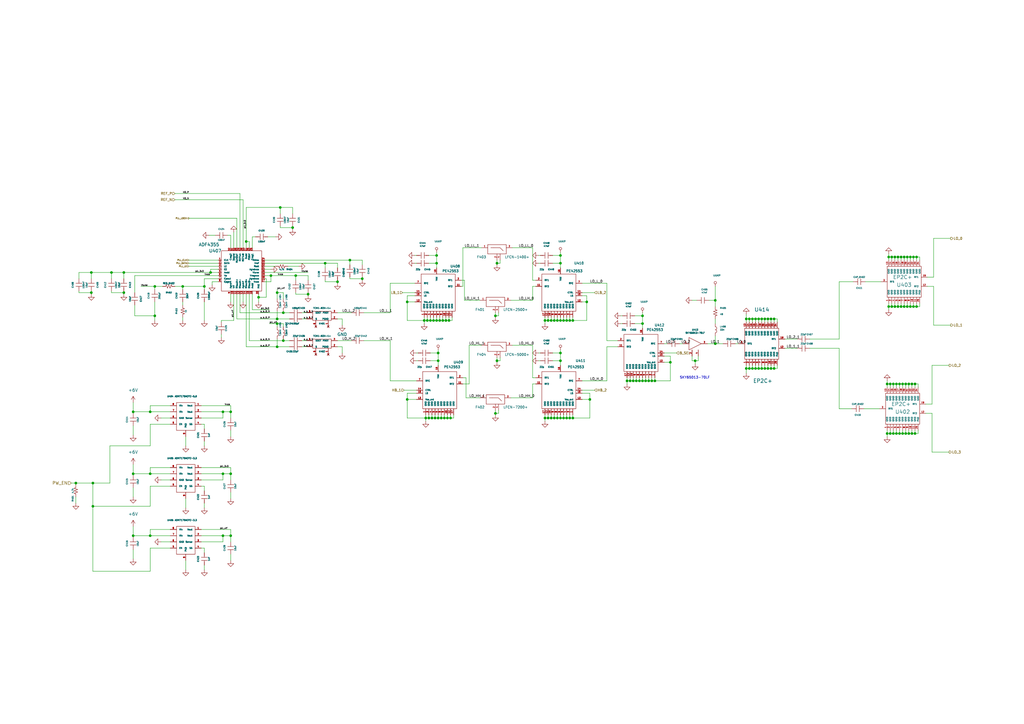
<source format=kicad_sch>
(kicad_sch (version 20211123) (generator eeschema)
  (paper "A3")
  (junction (at 63.5 117.475))
  (junction (at 94.615 194.31))
  (junction (at 180.34 131.445))
  (junction (at 365.76 125.73))
  (junction (at 306.07 130.81))
  (junction (at 179.07 104.775))
  (junction (at 138.43 115.57))
  (junction (at 259.715 156.21))
  (junction (at 54.61 219.71))
  (junction (at 365.125 157.48))
  (junction (at 313.69 151.13))
  (junction (at 173.99 131.445))
  (junction (at 308.61 151.13))
  (junction (at 176.53 131.445))
  (junction (at 263.525 156.21))
  (junction (at 285.115 147.955))
  (junction (at 370.84 105.41))
  (junction (at 364.49 125.73))
  (junction (at 116.205 128.27))
  (junction (at 183.515 171.45))
  (junction (at 309.88 130.81))
  (junction (at 232.41 131.445))
  (junction (at 306.07 151.13))
  (junction (at 120.015 93.345))
  (junction (at 229.87 131.445))
  (junction (at 257.175 156.21))
  (junction (at 126.365 120.65))
  (junction (at 260.985 156.21))
  (junction (at 113.665 130.81))
  (junction (at 233.68 171.45))
  (junction (at 314.96 130.81))
  (junction (at 50.8 111.76))
  (junction (at 179.705 171.45))
  (junction (at 113.665 142.24))
  (junction (at 91.44 219.71))
  (junction (at 308.61 130.81))
  (junction (at 181.61 131.445))
  (junction (at 223.52 171.45))
  (junction (at 371.475 177.8))
  (junction (at 240.665 123.825))
  (junction (at 264.795 156.21))
  (junction (at 229.87 171.45))
  (junction (at 178.435 171.45))
  (junction (at 312.42 151.13))
  (junction (at 179.705 144.78))
  (junction (at 263.525 132.715))
  (junction (at 203.2 129.54))
  (junction (at 267.335 156.21))
  (junction (at 375.92 105.41))
  (junction (at 180.975 171.45))
  (junction (at 37.465 120.015))
  (junction (at 366.395 157.48))
  (junction (at 227.33 171.45))
  (junction (at 293.37 140.97))
  (junction (at 234.95 171.45))
  (junction (at 63.5 129.54))
  (junction (at 372.745 157.48))
  (junction (at 229.87 104.775))
  (junction (at 368.935 157.48))
  (junction (at 203.835 147.955))
  (junction (at 121.285 113.03))
  (junction (at 31.115 198.12))
  (junction (at 312.42 130.81))
  (junction (at 116.205 139.7))
  (junction (at 231.14 171.45))
  (junction (at 375.285 157.48))
  (junction (at 167.005 163.83))
  (junction (at 224.79 171.45))
  (junction (at 203.835 107.95))
  (junction (at 293.37 123.19))
  (junction (at 374.65 105.41))
  (junction (at 229.87 107.95))
  (junction (at 143.51 106.68))
  (junction (at 233.68 131.445))
  (junction (at 174.625 171.45))
  (junction (at 167.005 123.825))
  (junction (at 91.44 168.91))
  (junction (at 229.87 147.955))
  (junction (at 374.65 125.73))
  (junction (at 316.23 151.13))
  (junction (at 227.33 131.445))
  (junction (at 367.03 105.41))
  (junction (at 91.44 194.31))
  (junction (at 54.61 168.91))
  (junction (at 372.745 177.8))
  (junction (at 61.595 194.31))
  (junction (at 94.615 168.91))
  (junction (at 223.52 131.445))
  (junction (at 258.445 156.21))
  (junction (at 317.5 130.81))
  (junction (at 314.96 151.13))
  (junction (at 226.06 171.45))
  (junction (at 179.07 107.95))
  (junction (at 367.665 177.8))
  (junction (at 373.38 125.73))
  (junction (at 37.465 111.76))
  (junction (at 266.065 156.21))
  (junction (at 372.11 125.73))
  (junction (at 268.605 156.21))
  (junction (at 367.03 125.73))
  (junction (at 86.36 111.76))
  (junction (at 262.255 156.21))
  (junction (at 370.84 125.73))
  (junction (at 61.595 168.91))
  (junction (at 372.11 105.41))
  (junction (at 229.87 144.78))
  (junction (at 309.88 151.13))
  (junction (at 175.895 171.45))
  (junction (at 369.57 105.41))
  (junction (at 203.2 169.545))
  (junction (at 370.205 177.8))
  (junction (at 365.125 177.8))
  (junction (at 313.69 130.81))
  (junction (at 100.965 99.06))
  (junction (at 50.8 120.015))
  (junction (at 61.595 219.71))
  (junction (at 38.1 198.12))
  (junction (at 113.665 132.715))
  (junction (at 317.5 151.13))
  (junction (at 375.92 125.73))
  (junction (at 54.61 194.31))
  (junction (at 263.525 129.54))
  (junction (at 366.395 177.8))
  (junction (at 367.665 157.48))
  (junction (at 179.705 147.955))
  (junction (at 177.165 171.45))
  (junction (at 184.15 131.445))
  (junction (at 175.26 131.445))
  (junction (at 364.49 105.41))
  (junction (at 148.59 114.3))
  (junction (at 368.935 177.8))
  (junction (at 182.245 171.45))
  (junction (at 182.88 131.445))
  (junction (at 375.285 177.8))
  (junction (at 228.6 171.45))
  (junction (at 114.935 85.09))
  (junction (at 365.76 105.41))
  (junction (at 38.1 207.645))
  (junction (at 111.125 113.03))
  (junction (at 368.3 105.41))
  (junction (at 316.23 130.81))
  (junction (at 369.57 125.73))
  (junction (at 307.34 151.13))
  (junction (at 274.955 148.59))
  (junction (at 363.855 177.8))
  (junction (at 106.045 121.92))
  (junction (at 374.015 177.8))
  (junction (at 45.72 111.76))
  (junction (at 224.79 131.445))
  (junction (at 83.82 117.475))
  (junction (at 228.6 131.445))
  (junction (at 368.3 125.73))
  (junction (at 133.35 107.95))
  (junction (at 177.8 131.445))
  (junction (at 234.95 131.445))
  (junction (at 184.785 171.45))
  (junction (at 231.14 131.445))
  (junction (at 311.15 130.81))
  (junction (at 370.205 157.48))
  (junction (at 307.34 130.81))
  (junction (at 226.06 131.445))
  (junction (at 241.935 163.83))
  (junction (at 74.93 117.475))
  (junction (at 373.38 105.41))
  (junction (at 113.665 120.015))
  (junction (at 94.615 219.71))
  (junction (at 371.475 157.48))
  (junction (at 374.015 157.48))
  (junction (at 232.41 171.45))
  (junction (at 179.07 131.445))
  (junction (at 311.15 151.13))
  (junction (at 363.855 157.48))
  (wire (pts (xy 376.555 157.48) (xy 376.555 158.75)))
  (wire (pts (xy 170.18 121.285) (xy 167.005 121.285)))
  (wire (pts (xy 241.935 161.29) (xy 241.935 163.83)))
  (wire (pts (xy 69.85 196.85) (xy 66.04 196.85)))
  (wire (pts (xy 61.595 173.99) (xy 61.595 182.88)))
  (wire (pts (xy 318.77 151.13) (xy 317.5 151.13)))
  (wire (pts (xy 149.225 139.7) (xy 160.02 139.7)))
  (wire (pts (xy 179.07 107.95) (xy 179.07 109.855)))
  (wire (pts (xy 184.15 130.175) (xy 184.15 131.445)))
  (wire (pts (xy 183.515 171.45) (xy 182.245 171.45)))
  (wire (pts (xy 82.55 173.99) (xy 83.82 173.99)))
  (wire (pts (xy 379.73 169.545) (xy 382.27 169.545)))
  (wire (pts (xy 165.735 160.02) (xy 170.815 160.02)))
  (wire (pts (xy 102.235 139.7) (xy 116.205 139.7)))
  (wire (pts (xy 54.61 200.025) (xy 54.61 203.835)))
  (wire (pts (xy 113.665 127.635) (xy 113.665 130.81)))
  (wire (pts (xy 367.03 125.73) (xy 368.3 125.73)))
  (wire (pts (xy 227.33 131.445) (xy 226.06 131.445)))
  (wire (pts (xy 176.53 130.175) (xy 176.53 131.445)))
  (wire (pts (xy 113.665 139.065) (xy 113.665 142.24)))
  (wire (pts (xy 83.82 117.475) (xy 83.82 118.745)))
  (wire (pts (xy 372.11 124.46) (xy 372.11 125.73)))
  (wire (pts (xy 262.255 154.94) (xy 262.255 156.21)))
  (wire (pts (xy 366.395 157.48) (xy 367.665 157.48)))
  (wire (pts (xy 94.615 219.71) (xy 94.615 222.25)))
  (wire (pts (xy 148.59 114.3) (xy 148.59 114.935)))
  (wire (pts (xy 97.155 130.81) (xy 97.155 120.65)))
  (wire (pts (xy 374.015 158.75) (xy 374.015 157.48)))
  (wire (pts (xy 167.005 161.29) (xy 167.005 163.83)))
  (wire (pts (xy 116.205 128.27) (xy 116.205 127.635)))
  (wire (pts (xy 37.465 119.38) (xy 37.465 120.015)))
  (wire (pts (xy 183.515 170.18) (xy 183.515 171.45)))
  (wire (pts (xy 83.82 199.39) (xy 83.82 201.295)))
  (wire (pts (xy 283.845 147.955) (xy 283.845 146.05)))
  (wire (pts (xy 277.495 144.78) (xy 272.415 144.78)))
  (wire (pts (xy 191.135 154.94) (xy 189.865 154.94)))
  (wire (pts (xy 254.635 132.715) (xy 255.27 132.715)))
  (wire (pts (xy 220.98 144.78) (xy 221.615 144.78)))
  (wire (pts (xy 181.61 131.445) (xy 180.34 131.445)))
  (wire (pts (xy 179.705 144.78) (xy 179.705 147.955)))
  (wire (pts (xy 229.87 144.78) (xy 229.87 147.955)))
  (wire (pts (xy 83.82 114.3) (xy 83.82 117.475)))
  (wire (pts (xy 192.405 141.605) (xy 197.485 141.605)))
  (wire (pts (xy 243.84 120.015) (xy 238.76 120.015)))
  (wire (pts (xy 248.92 142.24) (xy 253.365 142.24)))
  (wire (pts (xy 184.15 131.445) (xy 182.88 131.445)))
  (wire (pts (xy 31.115 198.12) (xy 29.21 198.12)))
  (wire (pts (xy 189.865 101.6) (xy 197.485 101.6)))
  (wire (pts (xy 180.34 131.445) (xy 179.07 131.445)))
  (wire (pts (xy 113.665 118.745) (xy 113.665 120.015)))
  (wire (pts (xy 83.82 224.79) (xy 83.82 226.695)))
  (wire (pts (xy 89.535 106.68) (xy 77.47 106.68)))
  (wire (pts (xy 89.535 109.22) (xy 77.47 109.22)))
  (wire (pts (xy 138.43 142.24) (xy 140.335 142.24)))
  (wire (pts (xy 190.5 114.935) (xy 190.5 123.19)))
  (wire (pts (xy 167.005 131.445) (xy 173.99 131.445)))
  (wire (pts (xy 368.935 158.75) (xy 368.935 157.48)))
  (wire (pts (xy 264.795 154.94) (xy 264.795 156.21)))
  (wire (pts (xy 233.68 131.445) (xy 232.41 131.445)))
  (wire (pts (xy 186.055 171.45) (xy 184.785 171.45)))
  (wire (pts (xy 82.55 191.77) (xy 94.615 191.77)))
  (wire (pts (xy 82.55 199.39) (xy 83.82 199.39)))
  (wire (pts (xy 382.905 97.79) (xy 389.89 97.79)))
  (wire (pts (xy 318.77 149.86) (xy 318.77 151.13)))
  (wire (pts (xy 243.84 160.02) (xy 238.76 160.02)))
  (wire (pts (xy 106.045 121.92) (xy 109.22 121.92)))
  (wire (pts (xy 91.44 194.31) (xy 94.615 194.31)))
  (wire (pts (xy 175.895 171.45) (xy 174.625 171.45)))
  (wire (pts (xy 45.72 120.015) (xy 45.72 119.38)))
  (wire (pts (xy 321.945 139.065) (xy 327.025 139.065)))
  (wire (pts (xy 219.71 154.94) (xy 218.44 154.94)))
  (wire (pts (xy 364.49 105.41) (xy 364.49 106.68)))
  (wire (pts (xy 317.5 149.86) (xy 317.5 151.13)))
  (wire (pts (xy 313.69 151.13) (xy 312.42 151.13)))
  (wire (pts (xy 382.27 185.42) (xy 389.255 185.42)))
  (wire (pts (xy 178.435 171.45) (xy 177.165 171.45)))
  (wire (pts (xy 365.125 158.75) (xy 365.125 157.48)))
  (wire (pts (xy 179.705 171.45) (xy 178.435 171.45)))
  (wire (pts (xy 37.465 111.76) (xy 37.465 114.3)))
  (wire (pts (xy 264.795 156.21) (xy 263.525 156.21)))
  (wire (pts (xy 365.76 105.41) (xy 367.03 105.41)))
  (wire (pts (xy 233.68 130.175) (xy 233.68 131.445)))
  (wire (pts (xy 364.49 105.41) (xy 365.76 105.41)))
  (wire (pts (xy 307.34 149.86) (xy 307.34 151.13)))
  (wire (pts (xy 311.15 132.08) (xy 311.15 130.81)))
  (wire (pts (xy 375.285 177.8) (xy 376.555 177.8)))
  (wire (pts (xy 100.965 99.06) (xy 100.965 101.6)))
  (wire (pts (xy 240.665 123.825) (xy 240.665 131.445)))
  (wire (pts (xy 240.665 131.445) (xy 234.95 131.445)))
  (wire (pts (xy 89.535 114.3) (xy 83.82 114.3)))
  (wire (pts (xy 77.47 89.535) (xy 97.155 89.535)))
  (wire (pts (xy 38.1 207.645) (xy 38.1 234.315)))
  (wire (pts (xy 372.745 157.48) (xy 374.015 157.48)))
  (wire (pts (xy 232.41 131.445) (xy 231.14 131.445)))
  (wire (pts (xy 226.06 171.45) (xy 224.79 171.45)))
  (wire (pts (xy 170.815 144.78) (xy 171.45 144.78)))
  (wire (pts (xy 185.42 130.175) (xy 185.42 131.445)))
  (wire (pts (xy 61.595 219.71) (xy 54.61 219.71)))
  (wire (pts (xy 364.49 104.14) (xy 364.49 105.41)))
  (wire (pts (xy 218.44 114.935) (xy 218.44 101.6)))
  (wire (pts (xy 238.76 116.205) (xy 248.92 116.205)))
  (wire (pts (xy 204.47 169.545) (xy 203.2 169.545)))
  (wire (pts (xy 312.42 149.86) (xy 312.42 151.13)))
  (wire (pts (xy 82.55 166.37) (xy 94.615 166.37)))
  (wire (pts (xy 120.015 93.345) (xy 120.015 93.98)))
  (wire (pts (xy 71.755 117.475) (xy 74.93 117.475)))
  (wire (pts (xy 226.695 144.78) (xy 229.87 144.78)))
  (wire (pts (xy 205.105 106.68) (xy 205.105 107.95)))
  (wire (pts (xy 375.285 158.75) (xy 375.285 157.48)))
  (wire (pts (xy 382.905 117.475) (xy 382.905 133.35)))
  (wire (pts (xy 116.205 132.715) (xy 116.205 133.985)))
  (wire (pts (xy 368.935 176.53) (xy 368.935 177.8)))
  (wire (pts (xy 177.165 170.18) (xy 177.165 171.45)))
  (wire (pts (xy 133.35 107.95) (xy 138.43 107.95)))
  (wire (pts (xy 368.3 125.73) (xy 369.57 125.73)))
  (wire (pts (xy 382.27 169.545) (xy 382.27 185.42)))
  (wire (pts (xy 219.71 117.475) (xy 218.44 117.475)))
  (wire (pts (xy 241.935 163.83) (xy 241.935 171.45)))
  (wire (pts (xy 313.69 132.08) (xy 313.69 130.81)))
  (wire (pts (xy 91.44 171.45) (xy 91.44 168.91)))
  (wire (pts (xy 375.285 176.53) (xy 375.285 177.8)))
  (wire (pts (xy 180.34 130.175) (xy 180.34 131.445)))
  (wire (pts (xy 126.365 120.65) (xy 121.285 120.65)))
  (wire (pts (xy 82.55 171.45) (xy 91.44 171.45)))
  (wire (pts (xy 344.17 115.57) (xy 344.17 139.065)))
  (wire (pts (xy 307.34 132.08) (xy 307.34 130.81)))
  (wire (pts (xy 98.425 128.27) (xy 116.205 128.27)))
  (wire (pts (xy 140.335 142.24) (xy 140.335 144.78)))
  (wire (pts (xy 229.87 171.45) (xy 228.6 171.45)))
  (wire (pts (xy 232.41 170.18) (xy 232.41 171.45)))
  (wire (pts (xy 312.42 151.13) (xy 311.15 151.13)))
  (wire (pts (xy 316.23 130.81) (xy 314.96 130.81)))
  (wire (pts (xy 82.55 196.85) (xy 91.44 196.85)))
  (wire (pts (xy 91.44 196.85) (xy 91.44 194.31)))
  (wire (pts (xy 95.885 95.25) (xy 95.885 101.6)))
  (wire (pts (xy 290.195 140.97) (xy 293.37 140.97)))
  (wire (pts (xy 182.88 130.175) (xy 182.88 131.445)))
  (wire (pts (xy 174.625 171.45) (xy 174.625 172.72)))
  (wire (pts (xy 238.76 163.83) (xy 241.935 163.83)))
  (wire (pts (xy 170.815 163.83) (xy 167.005 163.83)))
  (wire (pts (xy 94.615 168.91) (xy 94.615 171.45)))
  (wire (pts (xy 61.595 199.39) (xy 69.85 199.39)))
  (wire (pts (xy 71.755 79.375) (xy 98.425 79.375)))
  (wire (pts (xy 238.76 161.29) (xy 241.935 161.29)))
  (wire (pts (xy 218.44 117.475) (xy 218.44 123.19)))
  (wire (pts (xy 108.585 107.95) (xy 133.35 107.95)))
  (wire (pts (xy 318.77 132.08) (xy 318.77 130.81)))
  (wire (pts (xy 182.88 131.445) (xy 181.61 131.445)))
  (wire (pts (xy 63.5 117.475) (xy 63.5 118.745)))
  (wire (pts (xy 100.965 85.09) (xy 114.935 85.09)))
  (wire (pts (xy 144.145 139.7) (xy 138.43 139.7)))
  (wire (pts (xy 376.555 177.8) (xy 376.555 176.53)))
  (wire (pts (xy 74.93 123.825) (xy 74.93 125.095)))
  (wire (pts (xy 293.37 140.97) (xy 296.545 140.97)))
  (wire (pts (xy 260.35 132.715) (xy 263.525 132.715)))
  (wire (pts (xy 367.665 158.75) (xy 367.665 157.48)))
  (wire (pts (xy 116.205 128.27) (xy 118.745 128.27)))
  (wire (pts (xy 113.665 130.81) (xy 118.745 130.81)))
  (wire (pts (xy 229.87 147.955) (xy 229.87 149.86)))
  (wire (pts (xy 54.61 165.1) (xy 54.61 168.91)))
  (wire (pts (xy 375.285 157.48) (xy 376.555 157.48)))
  (wire (pts (xy 307.34 130.81) (xy 306.07 130.81)))
  (wire (pts (xy 226.695 147.955) (xy 229.87 147.955)))
  (wire (pts (xy 111.125 113.03) (xy 111.125 115.57)))
  (wire (pts (xy 229.87 143.51) (xy 229.87 144.78)))
  (wire (pts (xy 82.55 217.17) (xy 94.615 217.17)))
  (wire (pts (xy 63.5 131.445) (xy 63.5 129.54)))
  (wire (pts (xy 111.125 110.49) (xy 108.585 110.49)))
  (wire (pts (xy 102.235 99.06) (xy 102.235 101.6)))
  (wire (pts (xy 179.705 170.18) (xy 179.705 171.45)))
  (wire (pts (xy 274.955 156.21) (xy 268.605 156.21)))
  (wire (pts (xy 314.96 132.08) (xy 314.96 130.81)))
  (wire (pts (xy 262.255 156.21) (xy 260.985 156.21)))
  (wire (pts (xy 371.475 176.53) (xy 371.475 177.8)))
  (wire (pts (xy 76.2 229.87) (xy 76.2 233.68)))
  (wire (pts (xy 220.98 107.95) (xy 221.615 107.95)))
  (wire (pts (xy 272.415 148.59) (xy 274.955 148.59)))
  (wire (pts (xy 368.935 177.8) (xy 370.205 177.8)))
  (wire (pts (xy 50.8 120.015) (xy 50.8 120.65)))
  (wire (pts (xy 205.105 146.685) (xy 205.105 147.955)))
  (wire (pts (xy 229.87 107.95) (xy 229.87 109.855)))
  (wire (pts (xy 372.11 125.73) (xy 373.38 125.73)))
  (wire (pts (xy 69.85 171.45) (xy 66.04 171.45)))
  (wire (pts (xy 50.8 119.38) (xy 50.8 120.015)))
  (wire (pts (xy 138.43 128.27) (xy 144.145 128.27)))
  (wire (pts (xy 116.205 120.015) (xy 113.665 120.015)))
  (wire (pts (xy 63.5 129.54) (xy 63.5 123.825)))
  (wire (pts (xy 167.005 163.83) (xy 167.005 171.45)))
  (wire (pts (xy 100.965 99.06) (xy 102.235 99.06)))
  (wire (pts (xy 203.835 108.585) (xy 203.835 107.95)))
  (wire (pts (xy 110.49 132.715) (xy 113.665 132.715)))
  (wire (pts (xy 290.83 123.19) (xy 293.37 123.19)))
  (wire (pts (xy 314.96 149.86) (xy 314.96 151.13)))
  (wire (pts (xy 74.93 118.745) (xy 74.93 117.475)))
  (wire (pts (xy 113.03 97.155) (xy 109.855 97.155)))
  (wire (pts (xy 111.125 115.57) (xy 108.585 115.57)))
  (wire (pts (xy 232.41 171.45) (xy 231.14 171.45)))
  (wire (pts (xy 238.76 121.285) (xy 240.665 121.285)))
  (wire (pts (xy 100.965 85.09) (xy 100.965 99.06)))
  (wire (pts (xy 373.38 125.73) (xy 374.65 125.73)))
  (wire (pts (xy 308.61 149.86) (xy 308.61 151.13)))
  (wire (pts (xy 317.5 132.08) (xy 317.5 130.81)))
  (wire (pts (xy 61.595 224.79) (xy 61.595 234.315)))
  (wire (pts (xy 90.805 137.16) (xy 90.805 138.43)))
  (wire (pts (xy 204.47 128.27) (xy 204.47 129.54)))
  (wire (pts (xy 45.085 182.88) (xy 45.085 198.12)))
  (wire (pts (xy 311.15 149.86) (xy 311.15 151.13)))
  (wire (pts (xy 179.705 147.955) (xy 179.705 149.86)))
  (wire (pts (xy 94.615 194.31) (xy 94.615 196.85)))
  (wire (pts (xy 218.44 154.94) (xy 218.44 141.605)))
  (wire (pts (xy 108.585 111.76) (xy 126.365 111.76)))
  (wire (pts (xy 354.33 167.64) (xy 360.68 167.64)))
  (wire (pts (xy 191.135 163.195) (xy 196.85 163.195)))
  (wire (pts (xy 98.425 128.27) (xy 98.425 120.65)))
  (wire (pts (xy 370.205 177.8) (xy 371.475 177.8)))
  (wire (pts (xy 55.245 113.03) (xy 89.535 113.03)))
  (wire (pts (xy 226.06 131.445) (xy 224.79 131.445)))
  (wire (pts (xy 224.79 131.445) (xy 223.52 131.445)))
  (wire (pts (xy 272.415 146.05) (xy 274.955 146.05)))
  (wire (pts (xy 121.285 114.935) (xy 121.285 113.03)))
  (wire (pts (xy 83.82 206.375) (xy 83.82 208.28)))
  (wire (pts (xy 160.02 116.205) (xy 160.02 128.27)))
  (wire (pts (xy 32.385 111.76) (xy 37.465 111.76)))
  (wire (pts (xy 31.115 203.835) (xy 31.115 206.375)))
  (wire (pts (xy 31.115 198.755) (xy 31.115 198.12)))
  (wire (pts (xy 344.17 167.64) (xy 344.17 142.875)))
  (wire (pts (xy 382.905 133.35) (xy 389.89 133.35)))
  (wire (pts (xy 116.205 139.7) (xy 118.745 139.7)))
  (wire (pts (xy 74.93 130.175) (xy 74.93 131.445)))
  (wire (pts (xy 69.85 194.31) (xy 61.595 194.31)))
  (wire (pts (xy 54.61 225.425) (xy 54.61 229.235)))
  (wire (pts (xy 167.005 123.825) (xy 167.005 131.445)))
  (wire (pts (xy 94.615 120.65) (xy 94.615 123.825)))
  (wire (pts (xy 364.49 125.73) (xy 365.76 125.73)))
  (wire (pts (xy 306.07 149.86) (xy 306.07 151.13)))
  (wire (pts (xy 122.555 109.22) (xy 118.11 109.22)))
  (wire (pts (xy 88.265 96.52) (xy 85.725 96.52)))
  (wire (pts (xy 363.855 157.48) (xy 363.855 158.75)))
  (wire (pts (xy 61.595 217.17) (xy 61.595 219.71)))
  (wire (pts (xy 203.2 130.175) (xy 203.2 129.54)))
  (wire (pts (xy 174.625 170.18) (xy 174.625 171.45)))
  (wire (pts (xy 203.835 148.59) (xy 203.835 147.955)))
  (wire (pts (xy 286.385 146.05) (xy 286.385 147.955)))
  (wire (pts (xy 54.61 194.31) (xy 54.61 194.945)))
  (wire (pts (xy 37.465 111.76) (xy 45.72 111.76)))
  (wire (pts (xy 45.085 198.12) (xy 38.1 198.12)))
  (wire (pts (xy 309.88 130.81) (xy 308.61 130.81)))
  (wire (pts (xy 259.715 156.21) (xy 258.445 156.21)))
  (wire (pts (xy 223.52 170.18) (xy 223.52 171.45)))
  (wire (pts (xy 32.385 120.015) (xy 32.385 119.38)))
  (wire (pts (xy 99.695 120.65) (xy 99.695 123.825)))
  (wire (pts (xy 248.92 139.7) (xy 253.365 139.7)))
  (wire (pts (xy 123.825 139.7) (xy 125.73 139.7)))
  (wire (pts (xy 111.125 113.03) (xy 121.285 113.03)))
  (wire (pts (xy 37.465 120.015) (xy 32.385 120.015)))
  (wire (pts (xy 170.815 147.955) (xy 171.45 147.955)))
  (wire (pts (xy 240.665 121.285) (xy 240.665 123.825)))
  (wire (pts (xy 185.42 131.445) (xy 184.15 131.445)))
  (wire (pts (xy 94.615 217.17) (xy 94.615 219.71)))
  (wire (pts (xy 175.895 107.95) (xy 179.07 107.95)))
  (wire (pts (xy 61.595 234.315) (xy 38.1 234.315)))
  (wire (pts (xy 371.475 157.48) (xy 372.745 157.48)))
  (wire (pts (xy 317.5 151.13) (xy 316.23 151.13)))
  (wire (pts (xy 89.535 107.95) (xy 77.47 107.95)))
  (wire (pts (xy 226.695 107.95) (xy 229.87 107.95)))
  (wire (pts (xy 370.84 105.41) (xy 372.11 105.41)))
  (wire (pts (xy 313.69 149.86) (xy 313.69 151.13)))
  (wire (pts (xy 143.51 108.585) (xy 143.51 106.68)))
  (wire (pts (xy 203.835 106.68) (xy 203.835 107.95)))
  (wire (pts (xy 306.07 151.13) (xy 306.07 153.035)))
  (wire (pts (xy 233.68 170.18) (xy 233.68 171.45)))
  (wire (pts (xy 121.285 113.03) (xy 126.365 113.03)))
  (wire (pts (xy 108.585 106.68) (xy 143.51 106.68)))
  (wire (pts (xy 116.205 120.015) (xy 116.205 122.555)))
  (wire (pts (xy 100.965 120.65) (xy 100.965 142.24)))
  (wire (pts (xy 179.07 130.175) (xy 179.07 131.445)))
  (wire (pts (xy 114.935 93.345) (xy 114.935 92.71)))
  (wire (pts (xy 374.015 157.48) (xy 375.285 157.48)))
  (wire (pts (xy 71.755 81.915) (xy 99.695 81.915)))
  (wire (pts (xy 148.59 106.68) (xy 148.59 108.585)))
  (wire (pts (xy 138.43 115.57) (xy 133.35 115.57)))
  (wire (pts (xy 203.2 168.275) (xy 203.2 169.545)))
  (wire (pts (xy 285.115 147.955) (xy 283.845 147.955)))
  (wire (pts (xy 91.44 222.25) (xy 91.44 219.71)))
  (wire (pts (xy 219.71 114.935) (xy 218.44 114.935)))
  (wire (pts (xy 86.36 111.76) (xy 89.535 111.76)))
  (wire (pts (xy 121.285 120.65) (xy 121.285 120.015)))
  (wire (pts (xy 367.665 176.53) (xy 367.665 177.8)))
  (wire (pts (xy 227.33 170.18) (xy 227.33 171.45)))
  (wire (pts (xy 332.105 142.875) (xy 344.17 142.875)))
  (wire (pts (xy 63.5 117.475) (xy 66.675 117.475)))
  (wire (pts (xy 143.51 114.3) (xy 143.51 113.665)))
  (wire (pts (xy 38.1 207.645) (xy 61.595 207.645)))
  (wire (pts (xy 209.55 123.19) (xy 218.44 123.19)))
  (wire (pts (xy 179.705 143.51) (xy 179.705 144.78)))
  (wire (pts (xy 374.015 176.53) (xy 374.015 177.8)))
  (wire (pts (xy 205.105 147.955) (xy 203.835 147.955)))
  (wire (pts (xy 179.07 103.505) (xy 179.07 104.775)))
  (wire (pts (xy 370.84 124.46) (xy 370.84 125.73)))
  (wire (pts (xy 314.96 151.13) (xy 313.69 151.13)))
  (wire (pts (xy 114.935 85.09) (xy 114.935 87.63)))
  (wire (pts (xy 234.95 170.18) (xy 234.95 171.45)))
  (wire (pts (xy 138.43 115.57) (xy 138.43 116.205)))
  (wire (pts (xy 283.845 123.19) (xy 285.75 123.19)))
  (wire (pts (xy 94.615 166.37) (xy 94.615 168.91)))
  (wire (pts (xy 227.33 130.175) (xy 227.33 131.445)))
  (wire (pts (xy 309.88 132.08) (xy 309.88 130.81)))
  (wire (pts (xy 226.06 130.175) (xy 226.06 131.445)))
  (wire (pts (xy 69.85 166.37) (xy 61.595 166.37)))
  (wire (pts (xy 231.14 170.18) (xy 231.14 171.45)))
  (wire (pts (xy 321.945 142.875) (xy 327.025 142.875)))
  (wire (pts (xy 45.72 111.76) (xy 50.8 111.76)))
  (wire (pts (xy 266.065 154.94) (xy 266.065 156.21)))
  (wire (pts (xy 219.71 157.48) (xy 218.44 157.48)))
  (wire (pts (xy 203.835 146.685) (xy 203.835 147.955)))
  (wire (pts (xy 94.615 96.52) (xy 94.615 101.6)))
  (wire (pts (xy 257.175 156.21) (xy 257.175 157.48)))
  (wire (pts (xy 190.5 123.19) (xy 196.85 123.19)))
  (wire (pts (xy 228.6 131.445) (xy 227.33 131.445)))
  (wire (pts (xy 367.03 106.68) (xy 367.03 105.41)))
  (wire (pts (xy 233.68 171.45) (xy 232.41 171.45)))
  (wire (pts (xy 382.27 165.735) (xy 382.27 149.86)))
  (wire (pts (xy 223.52 131.445) (xy 223.52 132.715)))
  (wire (pts (xy 365.125 176.53) (xy 365.125 177.8)))
  (wire (pts (xy 373.38 106.68) (xy 373.38 105.41)))
  (wire (pts (xy 267.335 156.21) (xy 266.065 156.21)))
  (wire (pts (xy 100.965 142.24) (xy 113.665 142.24)))
  (wire (pts (xy 234.95 130.175) (xy 234.95 131.445)))
  (wire (pts (xy 220.98 104.775) (xy 221.615 104.775)))
  (wire (pts (xy 248.92 116.205) (xy 248.92 139.7)))
  (wire (pts (xy 179.07 104.775) (xy 179.07 107.95)))
  (wire (pts (xy 372.11 106.68) (xy 372.11 105.41)))
  (wire (pts (xy 61.595 224.79) (xy 69.85 224.79)))
  (wire (pts (xy 313.69 130.81) (xy 312.42 130.81)))
  (wire (pts (xy 91.44 168.91) (xy 94.615 168.91)))
  (wire (pts (xy 226.06 170.18) (xy 226.06 171.45)))
  (wire (pts (xy 254.635 129.54) (xy 255.27 129.54)))
  (wire (pts (xy 103.505 120.65) (xy 103.505 127)))
  (wire (pts (xy 374.015 177.8) (xy 375.285 177.8)))
  (wire (pts (xy 365.76 125.73) (xy 367.03 125.73)))
  (wire (pts (xy 123.825 142.24) (xy 125.73 142.24)))
  (wire (pts (xy 160.02 128.27) (xy 149.225 128.27)))
  (wire (pts (xy 266.065 156.21) (xy 264.795 156.21)))
  (wire (pts (xy 83.82 173.99) (xy 83.82 175.895)))
  (wire (pts (xy 83.82 123.825) (xy 83.82 131.445)))
  (wire (pts (xy 113.665 142.24) (xy 118.745 142.24)))
  (wire (pts (xy 175.895 170.18) (xy 175.895 171.45)))
  (wire (pts (xy 374.65 124.46) (xy 374.65 125.73)))
  (wire (pts (xy 267.335 154.94) (xy 267.335 156.21)))
  (wire (pts (xy 248.92 156.21) (xy 248.92 142.24)))
  (wire (pts (xy 368.3 105.41) (xy 369.57 105.41)))
  (wire (pts (xy 204.47 168.275) (xy 204.47 169.545)))
  (wire (pts (xy 138.43 130.81) (xy 140.335 130.81)))
  (wire (pts (xy 344.17 115.57) (xy 349.885 115.57)))
  (wire (pts (xy 363.855 177.8) (xy 363.855 179.07)))
  (wire (pts (xy 45.72 111.76) (xy 45.72 114.3)))
  (wire (pts (xy 126.365 120.015) (xy 126.365 120.65)))
  (wire (pts (xy 370.84 125.73) (xy 372.11 125.73)))
  (wire (pts (xy 167.005 121.285) (xy 167.005 123.825)))
  (wire (pts (xy 263.525 132.715) (xy 263.525 134.62)))
  (wire (pts (xy 366.395 176.53) (xy 366.395 177.8)))
  (wire (pts (xy 373.38 124.46) (xy 373.38 125.73)))
  (wire (pts (xy 90.805 131.445) (xy 90.805 132.08)))
  (wire (pts (xy 177.8 130.175) (xy 177.8 131.445)))
  (wire (pts (xy 98.425 79.375) (xy 98.425 101.6)))
  (wire (pts (xy 366.395 158.75) (xy 366.395 157.48)))
  (wire (pts (xy 61.595 173.99) (xy 69.85 173.99)))
  (wire (pts (xy 210.185 101.6) (xy 218.44 101.6)))
  (wire (pts (xy 180.975 170.18) (xy 180.975 171.45)))
  (wire (pts (xy 184.785 170.18) (xy 184.785 171.45)))
  (wire (pts (xy 370.205 158.75) (xy 370.205 157.48)))
  (wire (pts (xy 234.95 171.45) (xy 233.68 171.45)))
  (wire (pts (xy 203.2 128.27) (xy 203.2 129.54)))
  (wire (pts (xy 311.15 130.81) (xy 309.88 130.81)))
  (wire (pts (xy 89.535 115.57) (xy 86.995 115.57)))
  (wire (pts (xy 69.85 217.17) (xy 61.595 217.17)))
  (wire (pts (xy 116.205 139.7) (xy 116.205 139.065)))
  (wire (pts (xy 228.6 171.45) (xy 227.33 171.45)))
  (wire (pts (xy 231.14 131.445) (xy 229.87 131.445)))
  (wire (pts (xy 176.53 131.445) (xy 175.26 131.445)))
  (wire (pts (xy 363.855 177.8) (xy 365.125 177.8)))
  (wire (pts (xy 38.1 198.12) (xy 31.115 198.12)))
  (wire (pts (xy 363.855 176.53) (xy 363.855 177.8)))
  (wire (pts (xy 317.5 130.81) (xy 316.23 130.81)))
  (wire (pts (xy 227.33 171.45) (xy 226.06 171.45)))
  (wire (pts (xy 95.885 131.445) (xy 90.805 131.445)))
  (wire (pts (xy 126.365 120.65) (xy 126.365 121.285)))
  (wire (pts (xy 268.605 156.21) (xy 267.335 156.21)))
  (wire (pts (xy 123.825 130.81) (xy 125.73 130.81)))
  (wire (pts (xy 286.385 147.955) (xy 285.115 147.955)))
  (wire (pts (xy 366.395 177.8) (xy 367.665 177.8)))
  (wire (pts (xy 258.445 156.21) (xy 257.175 156.21)))
  (wire (pts (xy 229.87 104.775) (xy 229.87 107.95)))
  (wire (pts (xy 189.23 117.475) (xy 189.865 117.475)))
  (wire (pts (xy 191.135 163.195) (xy 191.135 154.94)))
  (wire (pts (xy 103.505 101.6) (xy 103.505 97.155)))
  (wire (pts (xy 312.42 132.08) (xy 312.42 130.81)))
  (wire (pts (xy 61.595 166.37) (xy 61.595 168.91)))
  (wire (pts (xy 316.23 151.13) (xy 314.96 151.13)))
  (wire (pts (xy 273.685 140.97) (xy 272.415 140.97)))
  (wire (pts (xy 175.895 104.775) (xy 179.07 104.775)))
  (wire (pts (xy 371.475 177.8) (xy 372.745 177.8)))
  (wire (pts (xy 120.015 93.345) (xy 114.935 93.345)))
  (wire (pts (xy 106.045 123.825) (xy 106.045 121.92)))
  (wire (pts (xy 223.52 130.175) (xy 223.52 131.445)))
  (wire (pts (xy 94.615 176.53) (xy 94.615 179.07)))
  (wire (pts (xy 278.765 140.97) (xy 280.035 140.97)))
  (wire (pts (xy 138.43 107.95) (xy 138.43 109.855)))
  (wire (pts (xy 374.65 105.41) (xy 375.92 105.41)))
  (wire (pts (xy 160.02 139.7) (xy 160.02 156.21)))
  (wire (pts (xy 170.815 161.29) (xy 167.005 161.29)))
  (wire (pts (xy 177.8 131.445) (xy 176.53 131.445)))
  (wire (pts (xy 54.61 219.71) (xy 54.61 220.345)))
  (wire (pts (xy 54.61 190.5) (xy 54.61 194.31)))
  (wire (pts (xy 257.175 154.94) (xy 257.175 156.21)))
  (wire (pts (xy 86.36 110.49) (xy 86.36 111.76)))
  (wire (pts (xy 293.37 123.19) (xy 293.37 125.73)))
  (wire (pts (xy 82.55 219.71) (xy 91.44 219.71)))
  (wire (pts (xy 38.1 198.12) (xy 38.1 207.645)))
  (wire (pts (xy 210.185 141.605) (xy 218.44 141.605)))
  (wire (pts (xy 181.61 130.175) (xy 181.61 131.445)))
  (wire (pts (xy 285.115 149.225) (xy 285.115 147.955)))
  (wire (pts (xy 382.905 113.665) (xy 382.905 97.79)))
  (wire (pts (xy 54.61 168.91) (xy 54.61 169.545)))
  (wire (pts (xy 259.715 154.94) (xy 259.715 156.21)))
  (wire (pts (xy 293.37 130.81) (xy 293.37 132.715)))
  (wire (pts (xy 160.02 116.205) (xy 170.18 116.205)))
  (wire (pts (xy 369.57 105.41) (xy 370.84 105.41)))
  (wire (pts (xy 241.935 171.45) (xy 234.95 171.45)))
  (wire (pts (xy 377.19 105.41) (xy 377.19 106.68)))
  (wire (pts (xy 86.995 115.57) (xy 86.995 116.84)))
  (wire (pts (xy 170.18 123.825) (xy 167.005 123.825)))
  (wire (pts (xy 308.61 132.08) (xy 308.61 130.81)))
  (wire (pts (xy 61.595 182.88) (xy 45.085 182.88)))
  (wire (pts (xy 103.505 127) (xy 110.49 127)))
  (wire (pts (xy 372.11 105.41) (xy 373.38 105.41)))
  (wire (pts (xy 97.155 130.81) (xy 113.665 130.81)))
  (wire (pts (xy 365.76 106.68) (xy 365.76 105.41)))
  (wire (pts (xy 175.26 130.175) (xy 175.26 131.445)))
  (wire (pts (xy 50.8 111.76) (xy 86.36 111.76)))
  (wire (pts (xy 123.825 128.27) (xy 125.73 128.27)))
  (wire (pts (xy 94.615 201.93) (xy 94.615 204.47)))
  (wire (pts (xy 367.665 177.8) (xy 368.935 177.8)))
  (wire (pts (xy 364.49 124.46) (xy 364.49 125.73)))
  (wire (pts (xy 364.49 125.73) (xy 364.49 127)))
  (wire (pts (xy 268.605 154.94) (xy 268.605 156.21)))
  (wire (pts (xy 189.23 114.935) (xy 190.5 114.935)))
  (wire (pts (xy 344.17 167.64) (xy 349.25 167.64)))
  (wire (pts (xy 311.15 151.13) (xy 309.88 151.13)))
  (wire (pts (xy 367.03 105.41) (xy 368.3 105.41)))
  (wire (pts (xy 224.79 171.45) (xy 223.52 171.45)))
  (wire (pts (xy 114.935 85.09) (xy 120.015 85.09)))
  (wire (pts (xy 180.975 171.45) (xy 179.705 171.45)))
  (wire (pts (xy 363.855 156.21) (xy 363.855 157.48)))
  (wire (pts (xy 223.52 171.45) (xy 223.52 172.72)))
  (wire (pts (xy 178.435 170.18) (xy 178.435 171.45)))
  (wire (pts (xy 375.92 125.73) (xy 377.19 125.73)))
  (wire (pts (xy 204.47 129.54) (xy 203.2 129.54)))
  (wire (pts (xy 231.14 130.175) (xy 231.14 131.445)))
  (wire (pts (xy 182.245 171.45) (xy 180.975 171.45)))
  (wire (pts (xy 170.18 107.95) (xy 170.815 107.95)))
  (wire (pts (xy 367.665 157.48) (xy 368.935 157.48)))
  (wire (pts (xy 365.125 177.8) (xy 366.395 177.8)))
  (wire (pts (xy 377.19 125.73) (xy 377.19 124.46)))
  (wire (pts (xy 308.61 130.81) (xy 307.34 130.81)))
  (wire (pts (xy 373.38 105.41) (xy 374.65 105.41)))
  (wire (pts (xy 363.855 157.48) (xy 365.125 157.48)))
  (wire (pts (xy 375.92 105.41) (xy 377.19 105.41)))
  (wire (pts (xy 258.445 154.94) (xy 258.445 156.21)))
  (wire (pts (xy 97.155 89.535) (xy 97.155 101.6)))
  (wire (pts (xy 228.6 130.175) (xy 228.6 131.445)))
  (wire (pts (xy 232.41 130.175) (xy 232.41 131.445)))
  (wire (pts (xy 133.35 115.57) (xy 133.35 114.935)))
  (wire (pts (xy 32.385 111.76) (xy 32.385 114.3)))
  (wire (pts (xy 372.745 158.75) (xy 372.745 157.48)))
  (wire (pts (xy 50.8 120.015) (xy 45.72 120.015)))
  (wire (pts (xy 368.3 106.68) (xy 368.3 105.41)))
  (wire (pts (xy 309.88 151.13) (xy 308.61 151.13)))
  (wire (pts (xy 148.59 113.665) (xy 148.59 114.3)))
  (wire (pts (xy 102.235 120.65) (xy 102.235 139.7)))
  (wire (pts (xy 229.87 170.18) (xy 229.87 171.45)))
  (wire (pts (xy 126.365 113.03) (xy 126.365 114.935)))
  (wire (pts (xy 182.245 170.18) (xy 182.245 171.45)))
  (wire (pts (xy 165.1 120.015) (xy 170.18 120.015)))
  (wire (pts (xy 263.525 154.94) (xy 263.525 156.21)))
  (wire (pts (xy 379.73 165.735) (xy 382.27 165.735)))
  (wire (pts (xy 109.22 121.92) (xy 109.22 114.3)))
  (wire (pts (xy 234.95 131.445) (xy 233.68 131.445)))
  (wire (pts (xy 369.57 125.73) (xy 370.84 125.73)))
  (wire (pts (xy 238.76 156.21) (xy 248.92 156.21)))
  (wire (pts (xy 372.745 176.53) (xy 372.745 177.8)))
  (wire (pts (xy 160.02 156.21) (xy 170.815 156.21)))
  (wire (pts (xy 372.745 177.8) (xy 374.015 177.8)))
  (wire (pts (xy 91.44 219.71) (xy 94.615 219.71)))
  (wire (pts (xy 94.615 191.77) (xy 94.615 194.31)))
  (wire (pts (xy 82.55 194.31) (xy 91.44 194.31)))
  (wire (pts (xy 133.35 109.855) (xy 133.35 107.95)))
  (wire (pts (xy 226.695 104.775) (xy 229.87 104.775)))
  (wire (pts (xy 263.525 128.27) (xy 263.525 129.54)))
  (wire (pts (xy 238.76 123.825) (xy 240.665 123.825)))
  (wire (pts (xy 209.55 163.195) (xy 218.44 163.195)))
  (wire (pts (xy 76.2 204.47) (xy 76.2 208.28)))
  (wire (pts (xy 57.785 117.475) (xy 63.5 117.475)))
  (wire (pts (xy 380.365 117.475) (xy 382.905 117.475)))
  (wire (pts (xy 229.87 103.505) (xy 229.87 104.775)))
  (wire (pts (xy 260.985 156.21) (xy 259.715 156.21)))
  (wire (pts (xy 224.79 130.175) (xy 224.79 131.445)))
  (wire (pts (xy 61.595 194.31) (xy 54.61 194.31)))
  (wire (pts (xy 192.405 157.48) (xy 192.405 141.605)))
  (wire (pts (xy 61.595 168.91) (xy 54.61 168.91)))
  (wire (pts (xy 69.85 191.77) (xy 61.595 191.77)))
  (wire (pts (xy 231.14 171.45) (xy 229.87 171.45)))
  (wire (pts (xy 263.525 156.21) (xy 262.255 156.21)))
  (wire (pts (xy 293.37 117.475) (xy 293.37 123.19)))
  (wire (pts (xy 176.53 147.955) (xy 179.705 147.955)))
  (wire (pts (xy 93.345 96.52) (xy 94.615 96.52)))
  (wire (pts (xy 260.985 154.94) (xy 260.985 156.21)))
  (wire (pts (xy 106.045 121.92) (xy 106.045 120.65)))
  (wire (pts (xy 380.365 113.665) (xy 382.905 113.665)))
  (wire (pts (xy 274.955 146.05) (xy 274.955 148.59)))
  (wire (pts (xy 374.65 106.68) (xy 374.65 105.41)))
  (wire (pts (xy 50.8 111.76) (xy 50.8 114.3)))
  (wire (pts (xy 167.005 171.45) (xy 174.625 171.45)))
  (wire (pts (xy 318.77 130.81) (xy 317.5 130.81)))
  (wire (pts (xy 374.65 125.73) (xy 375.92 125.73)))
  (wire (pts (xy 95.885 120.65) (xy 95.885 131.445)))
  (wire (pts (xy 189.865 117.475) (xy 189.865 101.6)))
  (wire (pts (xy 113.665 132.715) (xy 116.205 132.715)))
  (wire (pts (xy 228.6 170.18) (xy 228.6 171.45)))
  (wire (pts (xy 140.335 130.81) (xy 140.335 133.35)))
  (wire (pts (xy 94.615 227.33) (xy 94.615 229.87)))
  (wire (pts (xy 274.955 148.59) (xy 274.955 156.21)))
  (wire (pts (xy 220.98 147.955) (xy 221.615 147.955)))
  (wire (pts (xy 293.37 137.795) (xy 293.37 140.97)))
  (wire (pts (xy 69.85 168.91) (xy 61.595 168.91)))
  (wire (pts (xy 173.99 131.445) (xy 173.99 132.715)))
  (wire (pts (xy 308.61 151.13) (xy 307.34 151.13)))
  (wire (pts (xy 179.07 131.445) (xy 177.8 131.445)))
  (wire (pts (xy 82.55 222.25) (xy 91.44 222.25)))
  (wire (pts (xy 54.61 215.9) (xy 54.61 219.71)))
  (wire (pts (xy 365.125 157.48) (xy 366.395 157.48)))
  (wire (pts (xy 109.22 114.3) (xy 108.585 114.3)))
  (wire (pts (xy 189.865 157.48) (xy 192.405 157.48)))
  (wire (pts (xy 375.92 106.68) (xy 375.92 105.41)))
  (wire (pts (xy 218.44 157.48) (xy 218.44 163.195)))
  (wire (pts (xy 186.055 170.18) (xy 186.055 171.45)))
  (wire (pts (xy 108.585 113.03) (xy 111.125 113.03)))
  (wire (pts (xy 55.245 125.095) (xy 55.245 129.54)))
  (wire (pts (xy 113.665 120.015) (xy 113.665 122.555)))
  (wire (pts (xy 176.53 144.78) (xy 179.705 144.78)))
  (wire (pts (xy 82.55 168.91) (xy 91.44 168.91)))
  (wire (pts (xy 37.465 120.015) (xy 37.465 120.65)))
  (wire (pts (xy 368.935 157.48) (xy 370.205 157.48)))
  (wire (pts (xy 61.595 207.645) (xy 61.595 199.39)))
  (wire (pts (xy 312.42 130.81) (xy 311.15 130.81)))
  (wire (pts (xy 113.03 109.22) (xy 108.585 109.22)))
  (wire (pts (xy 83.82 180.975) (xy 83.82 182.88)))
  (wire (pts (xy 370.205 157.48) (xy 371.475 157.48)))
  (wire (pts (xy 74.93 117.475) (xy 83.82 117.475)))
  (wire (pts (xy 368.3 124.46) (xy 368.3 125.73)))
  (wire (pts (xy 260.35 129.54) (xy 263.525 129.54)))
  (wire (pts (xy 143.51 106.68) (xy 148.59 106.68)))
  (wire (pts (xy 229.87 130.175) (xy 229.87 131.445)))
  (wire (pts (xy 54.61 174.625) (xy 54.61 178.435)))
  (wire (pts (xy 82.55 224.79) (xy 83.82 224.79)))
  (wire (pts (xy 170.18 104.775) (xy 170.815 104.775)))
  (wire (pts (xy 113.665 133.985) (xy 113.665 132.715)))
  (wire (pts (xy 69.85 222.25) (xy 66.04 222.25)))
  (wire (pts (xy 55.245 113.03) (xy 55.245 120.015)))
  (wire (pts (xy 375.92 124.46) (xy 375.92 125.73)))
  (wire (pts (xy 103.505 97.155) (xy 104.775 97.155)))
  (wire (pts (xy 263.525 129.54) (xy 263.525 132.715)))
  (wire (pts (xy 370.84 106.68) (xy 370.84 105.41)))
  (wire (pts (xy 203.2 170.18) (xy 203.2 169.545)))
  (wire (pts (xy 173.99 130.175) (xy 173.99 131.445)))
  (wire (pts (xy 69.85 219.71) (xy 61.595 219.71)))
  (wire (pts (xy 371.475 158.75) (xy 371.475 157.48)))
  (wire (pts (xy 184.785 171.45) (xy 183.515 171.45)))
  (wire (pts (xy 89.535 110.49) (xy 86.36 110.49)))
  (wire (pts (xy 61.595 191.77) (xy 61.595 194.31)))
  (wire (pts (xy 224.79 170.18) (xy 224.79 171.45)))
  (wire (pts (xy 55.245 129.54) (xy 63.5 129.54)))
  (wire (pts (xy 316.23 149.86) (xy 316.23 151.13)))
  (wire (pts (xy 382.27 149.86) (xy 389.255 149.86)))
  (wire (pts (xy 367.03 124.46) (xy 367.03 125.73)))
  (wire (pts (xy 83.82 231.775) (xy 83.82 233.68)))
  (wire (pts (xy 138.43 114.935) (xy 138.43 115.57)))
  (wire (pts (xy 229.87 131.445) (xy 228.6 131.445)))
  (wire (pts (xy 76.2 179.07) (xy 76.2 182.88)))
  (wire (pts (xy 205.105 107.95) (xy 203.835 107.95)))
  (wire (pts (xy 369.57 106.68) (xy 369.57 105.41)))
  (wire (pts (xy 120.015 92.71) (xy 120.015 93.345)))
  (wire (pts (xy 301.625 140.97) (xy 302.895 140.97)))
  (wire (pts (xy 306.07 132.08) (xy 306.07 130.81)))
  (wire (pts (xy 177.165 171.45) (xy 175.895 171.45)))
  (wire (pts (xy 365.76 124.46) (xy 365.76 125.73)))
  (wire (pts (xy 309.88 149.86) (xy 309.88 151.13)))
  (wire (pts (xy 120.015 85.09) (xy 120.015 87.63)))
  (wire (pts (xy 307.34 151.13) (xy 306.07 151.13)))
  (wire (pts (xy 175.26 131.445) (xy 173.99 131.445)))
  (wire (pts (xy 306.07 130.81) (xy 306.07 128.905)))
  (wire (pts (xy 332.105 139.065) (xy 344.17 139.065)))
  (wire (pts (xy 148.59 114.3) (xy 143.51 114.3)))
  (wire (pts (xy 354.965 115.57) (xy 361.315 115.57)))
  (wire (pts (xy 99.695 81.915) (xy 99.695 101.6)))
  (wire (pts (xy 369.57 124.46) (xy 369.57 125.73)))
  (wire (pts (xy 370.205 176.53) (xy 370.205 177.8)))
  (wire (pts (xy 316.23 132.08) (xy 316.23 130.81)))
  (wire (pts (xy 314.96 130.81) (xy 313.69 130.81)))
  (text "SKY65013-70LF" (at 278.765 155.575 0) (effects (font (size 0.9906 0.9906)) (justify left bottom)))
  (label "p_b_1_P" (at 124.46 130.81 0) (effects (font (size 0.635 0.635))))
  (label "pll_vrf" (at 90.17 217.17 0) (effects (font (size 0.635 0.635))))
  (label "LO_H_2" (at 140.335 139.7 0) (effects (font (size 0.9906 0.9906))))
  (label "pll_vrf" (at 95.885 130.175 90) (effects (font (size 0.635 0.635))))
  (label "pll_3v3" (at 110.49 127 180) (effects (font (size 0.635 0.635))))
  (label "LO_HH_1" (at 192.405 163.195 0) (effects (font (size 0.9906 0.9906))))
  (label "LO_2_1" (at 322.58 139.065 0) (effects (font (size 0.9906 0.9906))))
  (label "XO_P" (at 74.93 79.375 0) (effects (font (size 0.635 0.635))))
  (label "LO_H_0" (at 241.935 156.21 0) (effects (font (size 0.9906 0.9906))))
  (label "LO_2" (at 279.4 140.97 0) (effects (font (size 0.9906 0.9906))))
  (label "p_a_1_N" (at 124.46 139.7 0) (effects (font (size 0.635 0.635))))
  (label "p_a_0_P" (at 106.68 142.24 0) (effects (font (size 0.635 0.635))))
  (label "p_b_0_N" (at 106.68 128.27 0) (effects (font (size 0.635 0.635))))
  (label "p_a_1_P" (at 124.46 142.24 0) (effects (font (size 0.635 0.635))))
  (label "LO_HL_1" (at 192.405 141.605 0) (effects (font (size 0.9906 0.9906))))
  (label "Vtune" (at 126.365 111.76 180) (effects (font (size 0.635 0.635))))
  (label "LO_LH_1" (at 190.5 123.19 0) (effects (font (size 0.9906 0.9906))))
  (label "p_b_1_N" (at 124.46 128.27 0) (effects (font (size 0.635 0.635))))
  (label "Vvco" (at 116.205 113.03 180) (effects (font (size 0.635 0.635))))
  (label "LO_H_1" (at 155.575 139.7 0) (effects (font (size 0.9906 0.9906))))
  (label "Vvco" (at 83.82 113.03 0) (effects (font (size 0.635 0.635))))
  (label "pll_vrf" (at 113.665 118.745 0) (effects (font (size 0.635 0.635))))
  (label "LO_LL_1" (at 190.5 101.6 0) (effects (font (size 0.9906 0.9906))))
  (label "LO_HH_0" (at 212.725 163.195 0) (effects (font (size 0.9906 0.9906))))
  (label "p_b_0_P" (at 106.68 130.81 0) (effects (font (size 0.635 0.635))))
  (label "LO_1_1" (at 322.58 142.875 0) (effects (font (size 0.9906 0.9906))))
  (label "LO_3" (at 273.05 140.97 0) (effects (font (size 0.9906 0.9906))))
  (label "LO_L_2" (at 140.335 128.27 0) (effects (font (size 0.9906 0.9906))))
  (label "p_a_0_N" (at 106.68 139.7 0) (effects (font (size 0.635 0.635))))
  (label "pll_3v3" (at 100.965 90.17 270) (effects (font (size 0.635 0.635))))
  (label "XO_N" (at 74.93 81.915 0) (effects (font (size 0.635 0.635))))
  (label "pll_3v3" (at 80.01 111.76 0) (effects (font (size 0.635 0.635))))
  (label "LO_L_0" (at 241.935 116.205 0) (effects (font (size 0.9906 0.9906))))
  (label "LO_LH_0" (at 212.725 123.19 0) (effects (font (size 0.9906 0.9906))))
  (label "LO_LL_0" (at 212.725 101.6 0) (effects (font (size 0.9906 0.9906))))
  (label "LO_0" (at 302.26 140.97 0) (effects (font (size 0.9906 0.9906))))
  (label "LO_1" (at 291.465 140.97 0) (effects (font (size 0.9906 0.9906))))
  (label "pll_3v3" (at 90.17 191.77 0) (effects (font (size 0.635 0.635))))
  (label "LO_L_1" (at 155.575 128.27 0) (effects (font (size 0.9906 0.9906))))
  (label "Vvco" (at 92.075 166.37 0) (effects (font (size 0.635 0.635))))
  (label "Vtune" (at 57.785 117.475 0) (effects (font (size 0.635 0.635))))
  (label "pll_vrf" (at 110.49 132.715 0) (effects (font (size 0.635 0.635))))
  (label "LO_HL_0" (at 212.725 141.605 0) (effects (font (size 0.9906 0.9906))))
  (hierarchical_label "PLL_DATA" (shape input) (at 77.47 107.95 180) (effects (font (size 0.635 0.635))))
  (hierarchical_label "LB_2" (shape input) (at 243.84 120.015 0) (effects (font (size 0.9906 0.9906))))
  (hierarchical_label "HB_2" (shape input) (at 243.84 160.02 0) (effects (font (size 0.9906 0.9906))))
  (hierarchical_label "REF_N" (shape input) (at 71.755 81.915 180) (effects (font (size 1 1))))
  (hierarchical_label "LO_0" (shape output) (at 389.89 97.79 0) (effects (font (size 1 1))))
  (hierarchical_label "PLL_LE" (shape input) (at 77.47 109.22 180) (effects (font (size 0.635 0.635))))
  (hierarchical_label "LO_1" (shape output) (at 389.89 133.35 0) (effects (font (size 1 1))))
  (hierarchical_label "LO_3" (shape output) (at 389.255 185.42 0) (effects (font (size 1 1))))
  (hierarchical_label "B_SEL" (shape input) (at 277.495 144.78 0) (effects (font (size 0.9906 0.9906))))
  (hierarchical_label "HB_1" (shape input) (at 165.735 160.02 180) (effects (font (size 0.9906 0.9906))))
  (hierarchical_label "PW_EN" (shape input) (at 29.21 198.12 180))
  (hierarchical_label "LB_1" (shape input) (at 165.1 120.015 180) (effects (font (size 0.9906 0.9906))))
  (hierarchical_label "PLL_CLK" (shape input) (at 77.47 106.68 180) (effects (font (size 0.635 0.635))))
  (hierarchical_label "REF_P" (shape input) (at 71.755 79.375 180) (effects (font (size 1 1))))
  (hierarchical_label "LO_2" (shape output) (at 389.255 149.86 0) (effects (font (size 1 1))))
  (hierarchical_label "PLL_LOCK" (shape output) (at 77.47 89.535 180) (effects (font (size 0.635 0.635))))
  (symbol (lib_id "power:GND") (at 220.98 144.78 270) (unit 1)
    (property "Reference" "#PWR0367" (effects hide))
    (property "Value" "GND" (effects hide))
  )
  (symbol (lib_id "passives:CAP_0603") (at 257.81 129.54 0) (unit 1)
    (property "Reference" "C452" (at 257.81 124.46 0) (effects (font (size 0.635 0.635))))
    (property "Value" "47nF" (at 257.81 125.73 0) (effects (font (size 0.635 0.635))))
    (property "Footprint" "SM0603" (effects hide))
  )
  (symbol (lib_id "passives:RES_0402") (at 74.93 127.635 270) (unit 1)
    (property "Reference" "R403" (at 72.39 127.635 0) (effects (font (size 0.635 0.635))))
    (property "Value" "1k" (at 76.2 127.635 0) (effects (font (size 0.635 0.635))))
    (property "Footprint" "SM0402" (effects hide))
  )
  (symbol (lib_id "passives:CAP_0603") (at 83.82 178.435 270) (unit 1)
    (property "Reference" "C421" (at 81.28 178.435 0) (effects (font (size 0.635 0.635))))
    (property "Value" "1nF" (at 85.725 178.435 0) (effects (font (size 0.635 0.635))))
    (property "Footprint" "SM0603" (effects hide))
  )
  (symbol (lib_id "power:GND") (at 54.61 178.435 0) (unit 1)
    (property "Reference" "#PWR0394" (effects hide))
    (property "Value" "GND" (effects hide))
  )
  (symbol (lib_id "passives:IND_0603") (at 293.37 135.255 270) (unit 1)
    (property "Reference" "L408" (at 295.275 133.985 90) (effects (font (size 0.635 0.635)) (justify left)))
    (property "Value" "33n" (at 295.275 135.255 90) (effects (font (size 0.635 0.635)) (justify left)))
    (property "Footprint" "SM0603" (effects hide))
  )
  (symbol (lib_id "passives:CAP_0402") (at 257.81 132.715 0) (unit 1)
    (property "Reference" "C453" (at 259.715 135.255 0) (effects (font (size 0.635 0.635))))
    (property "Value" "22p" (at 255.905 135.255 0) (effects (font (size 0.635 0.635))))
    (property "Footprint" "SM0402" (effects hide))
  )
  (symbol (lib_id "power:GND") (at 37.465 120.65 0) (mirror y) (unit 1)
    (property "Reference" "#PWR0155" (effects hide))
    (property "Value" "GND" (effects hide))
  )
  (symbol (lib_id "power:GND") (at 306.07 128.905 0) (mirror x) (unit 1)
    (property "Reference" "#PWR0102" (effects hide))
    (property "Value" "GND" (effects hide))
  )
  (symbol (lib_id "power:GND") (at 106.045 123.825 0) (unit 1)
    (property "Reference" "#PWR0113" (effects hide))
    (property "Value" "GND" (effects hide))
  )
  (symbol (lib_id "passives:IND_0402") (at 113.665 136.525 270) (unit 1)
    (property "Reference" "L405" (at 114.935 133.35 0) (effects (font (size 0.635 0.635))))
    (property "Value" "7.5nH" (at 114.935 136.525 0) (effects (font (size 0.635 0.635))))
    (property "Footprint" "SM0402" (effects hide))
  )
  (symbol (lib_id "power:GND") (at 203.835 148.59 0) (unit 1)
    (property "Reference" "#PWR0374" (effects hide))
    (property "Value" "GND" (effects hide))
  )
  (symbol (lib_id "adccore-rescue:GND") (at 363.855 179.07 0) (unit 1)
    (property "Reference" "#PWR0257" (effects hide))
    (property "Value" "GND" (effects hide))
  )
  (symbol (lib_id "passives:CAP_0402") (at 90.805 134.62 90) (mirror x) (unit 1)
    (property "Reference" "C425" (at 92.71 134.62 0) (effects (font (size 0.635 0.635))))
    (property "Value" "10pF" (at 88.9 134.62 0) (effects (font (size 0.635 0.635))))
    (property "Footprint" "SM0402" (effects hide))
  )
  (symbol (lib_id "passives:CAP_0805") (at 54.61 222.885 270) (unit 1)
    (property "Reference" "C416" (at 52.07 222.885 0) (effects (font (size 0.635 0.635))))
    (property "Value" "10uF" (at 56.515 222.885 0) (effects (font (size 0.635 0.635))))
    (property "Footprint" "SM0805" (effects hide))
  )
  (symbol (lib_id "passives:CAP_0805") (at 94.615 199.39 270) (unit 1)
    (property "Reference" "C427" (at 92.075 199.39 0) (effects (font (size 0.635 0.635))))
    (property "Value" "10uF" (at 96.52 199.39 0) (effects (font (size 0.635 0.635))))
    (property "Footprint" "SM0805" (effects hide))
  )
  (symbol (lib_id "power:GND") (at 95.885 95.25 180) (unit 1)
    (property "Reference" "#PWR0131" (effects hide))
    (property "Value" "GND" (effects hide))
  )
  (symbol (lib_id "power:GND") (at 285.115 149.225 0) (unit 1)
    (property "Reference" "#PWR0157" (effects hide))
    (property "Value" "GND" (effects hide))
  )
  (symbol (lib_id "adm7170:ADM7170") (at 76.2 194.31 0) (mirror y) (unit 1)
    (property "Reference" "U405" (at 69.85 187.96 0) (effects (font (size 0.635 0.635))))
    (property "Value" "ADM7170ACPZ-3.3" (at 76.2 187.96 0) (effects (font (size 0.635 0.635))))
    (property "Footprint" "QFN:DFN8_3x3mm" (effects hide))
  )
  (symbol (lib_id "power:GND") (at 94.615 229.87 0) (unit 1)
    (property "Reference" "#PWR0397" (effects hide))
    (property "Value" "GND" (effects hide))
  )
  (symbol (lib_id "adccore-rescue:GND") (at 363.855 156.21 180) (unit 1)
    (property "Reference" "#PWR0256" (effects hide))
    (property "Value" "GND" (effects hide))
  )
  (symbol (lib_id "power:GND") (at 283.845 123.19 270) (unit 1)
    (property "Reference" "#PWR0158" (effects hide))
    (property "Value" "GND" (effects hide))
  )
  (symbol (lib_id "power:GND") (at 63.5 131.445 0) (unit 1)
    (property "Reference" "#PWR0123" (effects hide))
    (property "Value" "GND" (effects hide))
  )
  (symbol (lib_id "passives:CAP_0402") (at 276.225 140.97 0) (unit 1)
    (property "Reference" "C454" (at 278.765 139.065 0) (effects (font (size 0.635 0.635))))
    (property "Value" "22pF" (at 276.225 139.065 0) (effects (font (size 0.635 0.635))))
    (property "Footprint" "SM0402" (effects hide))
  )
  (symbol (lib_id "passives:CAP_0603") (at 83.82 203.835 270) (unit 1)
    (property "Reference" "C422" (at 81.28 203.835 0) (effects (font (size 0.635 0.635))))
    (property "Value" "1nF" (at 85.725 203.835 0) (effects (font (size 0.635 0.635))))
    (property "Footprint" "SM0603" (effects hide))
  )
  (symbol (lib_id "passives:CAP_0603") (at 173.355 104.775 0) (unit 1)
    (property "Reference" "C444" (at 173.355 99.695 0) (effects (font (size 0.635 0.635))))
    (property "Value" "47nF" (at 173.355 100.965 0) (effects (font (size 0.635 0.635))))
    (property "Footprint" "SM0603" (effects hide))
  )
  (symbol (lib_id "passives:RES_0402") (at 31.115 201.295 90) (unit 1)
    (property "Reference" "R401" (at 29.845 204.47 0) (effects (font (size 0.635 0.635))))
    (property "Value" "4.7k" (at 29.845 201.295 0) (effects (font (size 0.635 0.635))))
    (property "Footprint" "SM0402" (effects hide))
  )
  (symbol (lib_id "passives:CAP_0402") (at 121.285 128.27 0) (unit 1)
    (property "Reference" "C433" (at 123.825 126.365 0) (effects (font (size 0.635 0.635))))
    (property "Value" "100pF" (at 121.285 126.365 0) (effects (font (size 0.635 0.635))))
    (property "Footprint" "SM0402" (effects hide))
  )
  (symbol (lib_id "power:GND") (at 170.18 107.95 270) (unit 1)
    (property "Reference" "#PWR0376" (effects hide))
    (property "Value" "GND" (effects hide))
  )
  (symbol (lib_id "power:+6V") (at 54.61 215.9 0) (unit 1)
    (property "Reference" "#PWR0386" (effects hide))
    (property "Value" "+6V" (at 54.61 210.82 0))
  )
  (symbol (lib_id "passives:CAP_0603") (at 107.315 97.155 180) (unit 1)
    (property "Reference" "C429" (at 107.315 94.615 0) (effects (font (size 0.635 0.635))))
    (property "Value" "100nF" (at 107.315 99.06 0) (effects (font (size 0.635 0.635))))
    (property "Footprint" "SM0402" (effects hide))
  )
  (symbol (lib_id "passives:CAP_0603") (at 83.82 229.235 270) (unit 1)
    (property "Reference" "C423" (at 81.28 229.235 0) (effects (font (size 0.635 0.635))))
    (property "Value" "1nF" (at 85.725 229.235 0) (effects (font (size 0.635 0.635))))
    (property "Footprint" "SM0603" (effects hide))
  )
  (symbol (lib_id "power:GND") (at 76.2 182.88 0) (unit 1)
    (property "Reference" "#PWR0391" (effects hide))
    (property "Value" "GND" (effects hide))
  )
  (symbol (lib_id "power:GND") (at 54.61 203.835 0) (unit 1)
    (property "Reference" "#PWR0385" (effects hide))
    (property "Value" "GND" (effects hide))
  )
  (symbol (lib_id "passives:CAP_0402") (at 224.155 107.95 0) (unit 1)
    (property "Reference" "C449" (at 226.06 110.49 0) (effects (font (size 0.635 0.635))))
    (property "Value" "22p" (at 222.25 110.49 0) (effects (font (size 0.635 0.635))))
    (property "Footprint" "SM0402" (effects hide))
  )
  (symbol (lib_id "power:GND") (at 223.52 172.72 0) (unit 1)
    (property "Reference" "#PWR0365" (effects hide))
    (property "Value" "GND" (effects hide))
  )
  (symbol (lib_id "adccore-rescue:EP2C+") (at 371.475 115.57 0) (unit 1)
    (property "Reference" "U403" (at 370.84 116.84 0) (effects (font (size 1.524 1.524))))
    (property "Value" "EP2C+" (at 370.205 113.665 0) (effects (font (size 1.524 1.524))))
    (property "Footprint" "QFN:QFN24_4x4_0.5mm" (effects hide))
  )
  (symbol (lib_id "passives:CAP_0805") (at 54.61 172.085 270) (unit 1)
    (property "Reference" "C414" (at 52.07 172.085 0) (effects (font (size 0.635 0.635))))
    (property "Value" "10uF" (at 56.515 172.085 0) (effects (font (size 0.635 0.635))))
    (property "Footprint" "SM0805" (effects hide))
  )
  (symbol (lib_id "power:GND") (at 203.2 130.175 0) (unit 1)
    (property "Reference" "#PWR0375" (effects hide))
    (property "Value" "GND" (effects hide))
  )
  (symbol (lib_id "power_symbols:VAMP") (at 179.07 103.505 0) (unit 1)
    (property "Reference" "#PWR0378" (effects hide))
    (property "Value" "VAMP" (at 179.705 99.06 0) (effects (font (size 0.762 0.762))))
  )
  (symbol (lib_id "minic_lfcn:MINIC_LFCN") (at 203.2 164.465 0) (unit 1)
    (property "Reference" "F402" (at 196.85 167.005 0) (effects (font (size 0.9906 0.9906))))
    (property "Value" "LFCN-7200+" (at 211.455 167.005 0) (effects (font (size 0.9906 0.9906))))
    (property "Footprint" "MiniCircuits:FV1206" (effects hide))
  )
  (symbol (lib_id "adccore-rescue:CAP_0402") (at 351.79 167.64 0) (unit 1)
    (property "Reference" "C410" (at 351.79 170.18 0) (effects (font (size 0.635 0.635))))
    (property "Value" "CAP_0402" (at 351.79 165.735 0) (effects (font (size 0.635 0.635))))
    (property "Footprint" "SM0402" (effects hide))
  )
  (symbol (lib_id "power:GND") (at 173.99 132.715 0) (unit 1)
    (property "Reference" "#PWR0372" (effects hide))
    (property "Value" "GND" (effects hide))
  )
  (symbol (lib_id "passives:CAP_0402") (at 55.245 122.555 90) (mirror x) (unit 1)
    (property "Reference" "C417" (at 57.785 122.555 0) (effects (font (size 0.635 0.635))))
    (property "Value" "10pF" (at 53.34 122.555 0) (effects (font (size 0.635 0.635))))
    (property "Footprint" "SM0402" (effects hide))
  )
  (symbol (lib_id "power:GND") (at 148.59 114.935 0) (mirror y) (unit 1)
    (property "Reference" "#PWR0116" (effects hide))
    (property "Value" "GND" (effects hide))
  )
  (symbol (lib_id "SKY65013-70LF:SKY65013-70LF") (at 285.115 140.97 0) (unit 1)
    (property "Reference" "U413" (at 285.115 135.255 0) (effects (font (size 0.635 0.635))))
    (property "Value" "SKY65013-70LF" (at 285.115 136.525 0) (effects (font (size 0.635 0.635))))
    (property "Footprint" "SOT:SOT89-SKY65013-70" (effects hide))
  )
  (symbol (lib_id "ep2c+:EP2C+") (at 313.055 140.97 0) (unit 1)
    (property "Reference" "U414" (at 315.595 127 0) (effects (font (size 1.524 1.524)) (justify right)))
    (property "Value" "EP2C+" (at 316.865 156.21 0) (effects (font (size 1.524 1.524)) (justify right)))
    (property "Footprint" "QFN:QFN24_4x4_0.5mm" (effects hide))
  )
  (symbol (lib_id "power:GND") (at 203.835 108.585 0) (unit 1)
    (property "Reference" "#PWR0379" (effects hide))
    (property "Value" "GND" (effects hide))
  )
  (symbol (lib_id "power:GND") (at 170.18 104.775 270) (unit 1)
    (property "Reference" "#PWR0377" (effects hide))
    (property "Value" "GND" (effects hide))
  )
  (symbol (lib_id "adccore-rescue:GND") (at 364.49 127 0) (unit 1)
    (property "Reference" "#PWR0254" (effects hide))
    (property "Value" "GND" (effects hide))
  )
  (symbol (lib_id "passives:CAP_0402") (at 120.015 90.17 90) (mirror x) (unit 1)
    (property "Reference" "C431" (at 122.555 90.17 0) (effects (font (size 0.635 0.635))))
    (property "Value" "10pF" (at 118.11 90.17 0) (effects (font (size 0.635 0.635))))
    (property "Footprint" "SM0402" (effects hide))
  )
  (symbol (lib_id "passives:RES_0402") (at 69.215 117.475 0) (unit 1)
    (property "Reference" "R402" (at 69.215 120.015 0) (effects (font (size 0.635 0.635))))
    (property "Value" "RES_0402" (at 69.215 116.205 0) (effects (font (size 0.635 0.635))))
    (property "Footprint" "SM0402" (effects hide))
  )
  (symbol (lib_id "passives:CAP_0603") (at 45.72 116.84 270) (unit 1)
    (property "Reference" "C412" (at 43.18 116.84 0) (effects (font (size 0.635 0.635))))
    (property "Value" "100nF" (at 47.625 116.84 0) (effects (font (size 0.635 0.635))))
    (property "Footprint" "SM0402" (effects hide))
  )
  (symbol (lib_id "power:+6V") (at 54.61 190.5 0) (unit 1)
    (property "Reference" "#PWR0387" (effects hide))
    (property "Value" "+6V" (at 54.61 185.42 0))
  )
  (symbol (lib_id "passives:CAP_0603") (at 121.285 117.475 270) (unit 1)
    (property "Reference" "C432" (at 118.745 117.475 0) (effects (font (size 0.635 0.635))))
    (property "Value" "100nF" (at 123.19 117.475 0) (effects (font (size 0.635 0.635))))
    (property "Footprint" "SM0402" (effects hide))
  )
  (symbol (lib_id "adccore-rescue:CAP_0402") (at 352.425 115.57 0) (unit 1)
    (property "Reference" "C411" (at 352.425 118.11 0) (effects (font (size 0.635 0.635))))
    (property "Value" "CAP_0402" (at 352.425 113.665 0) (effects (font (size 0.635 0.635))))
    (property "Footprint" "SM0402" (effects hide))
  )
  (symbol (lib_id "power:GND") (at 76.2 208.28 0) (unit 1)
    (property "Reference" "#PWR0380" (effects hide))
    (property "Value" "GND" (effects hide))
  )
  (symbol (lib_id "power:GND") (at 257.175 157.48 0) (unit 1)
    (property "Reference" "#PWR0364" (effects hide))
    (property "Value" "GND" (effects hide))
  )
  (symbol (lib_id "power:GND") (at 31.115 206.375 0) (unit 1)
    (property "Reference" "#PWR0384" (effects hide))
    (property "Value" "GND" (effects hide))
  )
  (symbol (lib_id "tcm1-83x-1+:TCM1-83X-1+") (at 132.08 140.97 0) (mirror y) (unit 1)
    (property "Reference" "K402" (at 132.08 144.145 0) (effects (font (size 0.635 0.635))))
    (property "Value" "TCM1-83X-1+" (at 132.08 137.795 0) (effects (font (size 0.635 0.635))))
    (property "Footprint" "MiniCircuits:DB1627" (effects hide))
  )
  (symbol (lib_id "passives:CAP_0402") (at 329.565 142.875 0) (unit 1)
    (property "Reference" "C458" (at 332.105 140.97 0) (effects (font (size 0.635 0.635))))
    (property "Value" "22pF" (at 329.565 140.97 0) (effects (font (size 0.635 0.635))))
    (property "Footprint" "SM0402" (effects hide))
  )
  (symbol (lib_id "power:GND") (at 254.635 132.715 270) (unit 1)
    (property "Reference" "#PWR0362" (effects hide))
    (property "Value" "GND" (effects hide))
  )
  (symbol (lib_id "passives:CAP_0805") (at 94.615 224.79 270) (unit 1)
    (property "Reference" "C428" (at 92.075 224.79 0) (effects (font (size 0.635 0.635))))
    (property "Value" "10uF" (at 96.52 224.79 0) (effects (font (size 0.635 0.635))))
    (property "Footprint" "SM0805" (effects hide))
  )
  (symbol (lib_id "power:GND") (at 90.805 138.43 0) (unit 1)
    (property "Reference" "#PWR0125" (effects hide))
    (property "Value" "GND" (effects hide))
  )
  (symbol (lib_id "passives:CAP_0603") (at 32.385 116.84 270) (unit 1)
    (property "Reference" "C408" (at 29.845 116.84 0) (effects (font (size 0.635 0.635))))
    (property "Value" "100nF" (at 34.29 116.84 0) (effects (font (size 0.635 0.635))))
    (property "Footprint" "SM0402" (effects hide))
  )
  (symbol (lib_id "power:GND") (at 83.82 182.88 0) (unit 1)
    (property "Reference" "#PWR0390" (effects hide))
    (property "Value" "GND" (effects hide))
  )
  (symbol (lib_id "adf4355:ADF4355") (at 103.505 106.68 0) (unit 1)
    (property "Reference" "U407" (at 88.265 102.87 0))
    (property "Value" "ADF4355" (at 85.725 100.33 0))
    (property "Footprint" "QFN:QFN32_5x5mm_3.6mm" (effects hide))
  )
  (symbol (lib_id "power:GND") (at 306.07 153.035 0) (unit 1)
    (property "Reference" "#PWR0101" (effects hide))
    (property "Value" "GND" (effects hide))
  )
  (symbol (lib_id "adm7170:ADM7170") (at 76.2 168.91 0) (mirror y) (unit 1)
    (property "Reference" "U404" (at 69.85 162.56 0) (effects (font (size 0.635 0.635))))
    (property "Value" "ADM7170ACPZ-5.0" (at 76.2 162.56 0) (effects (font (size 0.635 0.635))))
    (property "Footprint" "QFN:DFN8_3x3mm" (effects hide))
  )
  (symbol (lib_id "passives:CAP_0402") (at 126.365 117.475 90) (mirror x) (unit 1)
    (property "Reference" "C437" (at 128.905 117.475 0) (effects (font (size 0.635 0.635))))
    (property "Value" "10pF" (at 124.46 117.475 0) (effects (font (size 0.635 0.635))))
    (property "Footprint" "SM0402" (effects hide))
  )
  (symbol (lib_id "passives:CAP_0603") (at 133.35 112.395 270) (unit 1)
    (property "Reference" "C438" (at 130.81 112.395 0) (effects (font (size 0.635 0.635))))
    (property "Value" "100nF" (at 135.255 112.395 0) (effects (font (size 0.635 0.635))))
    (property "Footprint" "SM0402" (effects hide))
  )
  (symbol (lib_id "passives:CAP_0402") (at 329.565 139.065 0) (unit 1)
    (property "Reference" "C457" (at 332.105 137.16 0) (effects (font (size 0.635 0.635))))
    (property "Value" "22pF" (at 329.565 137.16 0) (effects (font (size 0.635 0.635))))
    (property "Footprint" "SM0402" (effects hide))
  )
  (symbol (lib_id "power:GND") (at 83.82 233.68 0) (unit 1)
    (property "Reference" "#PWR0395" (effects hide))
    (property "Value" "GND" (effects hide))
  )
  (symbol (lib_id "passives:CAP_0402") (at 37.465 116.84 90) (mirror x) (unit 1)
    (property "Reference" "C409" (at 40.005 116.84 0) (effects (font (size 0.635 0.635))))
    (property "Value" "10pF" (at 35.56 116.84 0) (effects (font (size 0.635 0.635))))
    (property "Footprint" "SM0402" (effects hide))
  )
  (symbol (lib_id "power:GND") (at 140.335 133.35 0) (unit 1)
    (property "Reference" "#PWR0105" (effects hide))
    (property "Value" "GND" (at 140.335 137.16 0))
  )
  (symbol (lib_id "adccore-rescue:GND") (at 364.49 104.14 180) (unit 1)
    (property "Reference" "#PWR0255" (effects hide))
    (property "Value" "GND" (effects hide))
  )
  (symbol (lib_id "minic_lfcn:MINIC_LFCN") (at 203.2 124.46 0) (unit 1)
    (property "Reference" "F401" (at 196.85 127 0) (effects (font (size 0.9906 0.9906))))
    (property "Value" "LFCN-2500+" (at 211.455 127 0) (effects (font (size 0.9906 0.9906))))
    (property "Footprint" "MiniCircuits:FV1206" (effects hide))
  )
  (symbol (lib_id "passives:CAP_0402") (at 299.085 140.97 0) (unit 1)
    (property "Reference" "C456" (at 301.625 139.065 0) (effects (font (size 0.635 0.635))))
    (property "Value" "22pF" (at 299.085 139.065 0) (effects (font (size 0.635 0.635))))
    (property "Footprint" "SM0402" (effects hide))
  )
  (symbol (lib_id "passives:CAP_0402") (at 173.355 107.95 0) (unit 1)
    (property "Reference" "C445" (at 175.26 110.49 0) (effects (font (size 0.635 0.635))))
    (property "Value" "22p" (at 171.45 110.49 0) (effects (font (size 0.635 0.635))))
    (property "Footprint" "SM0402" (effects hide))
  )
  (symbol (lib_id "power:+6V") (at 54.61 165.1 0) (unit 1)
    (property "Reference" "#PWR0389" (effects hide))
    (property "Value" "+6V" (at 54.61 160.02 0))
  )
  (symbol (lib_id "power:GND") (at 220.98 107.95 270) (unit 1)
    (property "Reference" "#PWR0359" (effects hide))
    (property "Value" "GND" (effects hide))
  )
  (symbol (lib_id "power:GND") (at 99.695 123.825 0) (unit 1)
    (property "Reference" "#PWR0106" (effects hide))
    (property "Value" "GND" (effects hide))
  )
  (symbol (lib_id "power:GND") (at 86.995 116.84 0) (unit 1)
    (property "Reference" "#PWR0121" (effects hide))
    (property "Value" "GND" (effects hide))
  )
  (symbol (lib_id "power:GND") (at 254.635 129.54 270) (unit 1)
    (property "Reference" "#PWR0363" (effects hide))
    (property "Value" "GND" (effects hide))
  )
  (symbol (lib_id "passives:CAP_0402") (at 121.285 130.81 180) (unit 1)
    (property "Reference" "C434" (at 118.745 132.715 0) (effects (font (size 0.635 0.635))))
    (property "Value" "100pF" (at 121.285 132.715 0) (effects (font (size 0.635 0.635))))
    (property "Footprint" "SM0402" (effects hide))
  )
  (symbol (lib_id "PE42553:PE42553") (at 179.705 161.29 0) (unit 1)
    (property "Reference" "U409" (at 187.96 148.59 0) (effects (font (size 0.9906 0.9906))))
    (property "Value" "PE42553" (at 185.42 150.495 0) (effects (font (size 0.9906 0.9906))))
    (property "Footprint" "QFN:QFN-16_EP_3x3_Pitch0.5mm" (effects hide))
  )
  (symbol (lib_id "power:GND") (at 83.82 208.28 0) (unit 1)
    (property "Reference" "#PWR0381" (effects hide))
    (property "Value" "GND" (effects hide))
  )
  (symbol (lib_id "power_symbols:VAMP") (at 229.87 143.51 0) (unit 1)
    (property "Reference" "#PWR0160" (effects hide))
    (property "Value" "VAMP" (at 230.505 139.065 0) (effects (font (size 0.762 0.762))))
  )
  (symbol (lib_id "passives:CAP_0603") (at 90.805 96.52 180) (unit 1)
    (property "Reference" "C424" (at 90.805 93.98 0) (effects (font (size 0.635 0.635))))
    (property "Value" "100nF" (at 90.805 98.425 0) (effects (font (size 0.635 0.635))))
    (property "Footprint" "SM0402" (effects hide))
  )
  (symbol (lib_id "passives:CAP_0402") (at 138.43 112.395 90) (mirror x) (unit 1)
    (property "Reference" "C439" (at 140.97 112.395 0) (effects (font (size 0.635 0.635))))
    (property "Value" "10pF" (at 136.525 112.395 0) (effects (font (size 0.635 0.635))))
    (property "Footprint" "SM0402" (effects hide))
  )
  (symbol (lib_id "passives:IND_0402") (at 116.205 125.095 270) (unit 1)
    (property "Reference" "L406" (at 117.475 121.92 0) (effects (font (size 0.635 0.635))))
    (property "Value" "7.5nH" (at 117.475 125.095 0) (effects (font (size 0.635 0.635))))
    (property "Footprint" "SM0402" (effects hide))
  )
  (symbol (lib_id "passives:CAP_0603") (at 143.51 111.125 270) (unit 1)
    (property "Reference" "C440" (at 140.97 111.125 0) (effects (font (size 0.635 0.635))))
    (property "Value" "100nF" (at 145.415 111.125 0) (effects (font (size 0.635 0.635))))
    (property "Footprint" "SM0402" (effects hide))
  )
  (symbol (lib_id "power:GND") (at 94.615 179.07 0) (unit 1)
    (property "Reference" "#PWR0392" (effects hide))
    (property "Value" "GND" (effects hide))
  )
  (symbol (lib_id "passives:CAP_0402") (at 83.82 121.285 270) (unit 1)
    (property "Reference" "C420" (at 81.28 121.285 0) (effects (font (size 0.635 0.635))))
    (property "Value" "1500pF" (at 85.725 121.285 0) (effects (font (size 0.635 0.635))))
    (property "Footprint" "SM0402" (effects hide))
  )
  (symbol (lib_id "passives:CAP_0402") (at 173.99 147.955 0) (unit 1)
    (property "Reference" "C447" (at 175.895 150.495 0) (effects (font (size 0.635 0.635))))
    (property "Value" "22p" (at 172.085 150.495 0) (effects (font (size 0.635 0.635))))
    (property "Footprint" "SM0402" (effects hide))
  )
  (symbol (lib_id "power:GND") (at 220.98 147.955 270) (unit 1)
    (property "Reference" "#PWR0366" (effects hide))
    (property "Value" "GND" (effects hide))
  )
  (symbol (lib_id "power_symbols:VAMP") (at 263.525 128.27 0) (unit 1)
    (property "Reference" "#PWR0159" (effects hide))
    (property "Value" "VAMP" (at 264.16 123.825 0) (effects (font (size 0.762 0.762))))
  )
  (symbol (lib_id "passives:CAP_0402") (at 74.93 121.285 270) (unit 1)
    (property "Reference" "C419" (at 72.39 121.285 0) (effects (font (size 0.635 0.635))))
    (property "Value" "33nF" (at 76.835 121.285 0) (effects (font (size 0.635 0.635))))
    (property "Footprint" "SM0402" (effects hide))
  )
  (symbol (lib_id "power:GND") (at 74.93 131.445 0) (unit 1)
    (property "Reference" "#PWR0122" (effects hide))
    (property "Value" "GND" (effects hide))
  )
  (symbol (lib_id "passives:CAP_0805") (at 94.615 173.99 270) (unit 1)
    (property "Reference" "C426" (at 92.075 173.99 0) (effects (font (size 0.635 0.635))))
    (property "Value" "10uF" (at 96.52 173.99 0) (effects (font (size 0.635 0.635))))
    (property "Footprint" "SM0805" (effects hide))
  )
  (symbol (lib_id "passives:CAP_0402") (at 63.5 121.285 270) (unit 1)
    (property "Reference" "C418" (at 60.96 121.285 0) (effects (font (size 0.635 0.635))))
    (property "Value" "390pF" (at 65.405 121.285 0) (effects (font (size 0.635 0.635))))
    (property "Footprint" "SM0402" (effects hide))
  )
  (symbol (lib_id "passives:CAP_0402") (at 224.155 147.955 0) (unit 1)
    (property "Reference" "C451" (at 226.06 150.495 0) (effects (font (size 0.635 0.635))))
    (property "Value" "22p" (at 222.25 150.495 0) (effects (font (size 0.635 0.635))))
    (property "Footprint" "SM0402" (effects hide))
  )
  (symbol (lib_id "power:GND") (at 126.365 121.285 0) (mirror y) (unit 1)
    (property "Reference" "#PWR0114" (effects hide))
    (property "Value" "GND" (effects hide))
  )
  (symbol (lib_id "passives:CAP_0402") (at 146.685 128.27 0) (unit 1)
    (property "Reference" "C441" (at 149.225 126.365 0) (effects (font (size 0.635 0.635))))
    (property "Value" "100pF" (at 146.685 126.365 0) (effects (font (size 0.635 0.635))))
    (property "Footprint" "SM0402" (effects hide))
  )
  (symbol (lib_id "passives:CAP_0402") (at 146.685 139.7 0) (unit 1)
    (property "Reference" "C442" (at 149.225 137.795 0) (effects (font (size 0.635 0.635))))
    (property "Value" "22pF" (at 146.685 137.795 0) (effects (font (size 0.635 0.635))))
    (property "Footprint" "SM0402" (effects hide))
  )
  (symbol (lib_id "power:GND") (at 94.615 123.825 0) (unit 1)
    (property "Reference" "#PWR0124" (effects hide))
    (property "Value" "GND" (effects hide))
  )
  (symbol (lib_id "passives:CAP_0603") (at 114.935 90.17 270) (unit 1)
    (property "Reference" "C430" (at 112.395 90.17 0) (effects (font (size 0.635 0.635))))
    (property "Value" "100nF" (at 116.84 90.17 0) (effects (font (size 0.635 0.635))))
    (property "Footprint" "SM0402" (effects hide))
  )
  (symbol (lib_id "passives:IND_0402") (at 113.665 125.095 270) (unit 1)
    (property "Reference" "L404" (at 114.935 121.92 0) (effects (font (size 0.635 0.635))))
    (property "Value" "7.5nH" (at 114.935 125.095 0) (effects (font (size 0.635 0.635))))
    (property "Footprint" "SM0402" (effects hide))
  )
  (symbol (lib_id "minic_lfcn:MINIC_LFCN") (at 203.835 102.87 0) (unit 1)
    (property "Reference" "F403" (at 197.485 105.41 0) (effects (font (size 0.9906 0.9906))))
    (property "Value" "LFCN-1400+" (at 212.09 105.41 0) (effects (font (size 0.9906 0.9906))))
    (property "Footprint" "MiniCircuits:FV1206" (effects hide))
  )
  (symbol (lib_id "passives:IND_0402") (at 116.205 136.525 270) (unit 1)
    (property "Reference" "L407" (at 117.475 133.35 0) (effects (font (size 0.635 0.635))))
    (property "Value" "7.5nH" (at 117.475 136.525 0) (effects (font (size 0.635 0.635))))
    (property "Footprint" "SM0402" (effects hide))
  )
  (symbol (lib_id "power:GND") (at 120.015 93.98 0) (mirror y) (unit 1)
    (property "Reference" "#PWR0120" (effects hide))
    (property "Value" "GND" (effects hide))
  )
  (symbol (lib_id "power:GND") (at 83.82 131.445 0) (unit 1)
    (property "Reference" "#PWR0126" (effects hide))
    (property "Value" "GND" (effects hide))
  )
  (symbol (lib_id "power:GND") (at 113.03 97.155 90) (unit 1)
    (property "Reference" "#PWR0119" (effects hide))
    (property "Value" "GND" (effects hide))
  )
  (symbol (lib_id "power:GND") (at 223.52 132.715 0) (unit 1)
    (property "Reference" "#PWR0161" (effects hide))
    (property "Value" "GND" (effects hide))
  )
  (symbol (lib_id "power:GND") (at 76.2 233.68 0) (unit 1)
    (property "Reference" "#PWR0396" (effects hide))
    (property "Value" "GND" (effects hide))
  )
  (symbol (lib_id "adccore-rescue:EP2C+") (at 370.84 167.64 0) (unit 1)
    (property "Reference" "U402" (at 370.205 168.91 0) (effects (font (size 1.524 1.524))))
    (property "Value" "EP2C+" (at 369.57 165.735 0) (effects (font (size 1.524 1.524))))
    (property "Footprint" "QFN:QFN24_4x4_0.5mm" (effects hide))
  )
  (symbol (lib_id "power:GND") (at 54.61 229.235 0) (unit 1)
    (property "Reference" "#PWR0388" (effects hide))
    (property "Value" "GND" (effects hide))
  )
  (symbol (lib_id "minic_lfcn:MINIC_LFCN") (at 203.835 142.875 0) (unit 1)
    (property "Reference" "F404" (at 197.485 145.415 0) (effects (font (size 0.9906 0.9906))))
    (property "Value" "LFCN-5000+" (at 212.09 145.415 0) (effects (font (size 0.9906 0.9906))))
    (property "Footprint" "MiniCircuits:FV1206" (effects hide))
  )
  (symbol (lib_id "power:GND") (at 220.98 104.775 270) (unit 1)
    (property "Reference" "#PWR0360" (effects hide))
    (property "Value" "GND" (effects hide))
  )
  (symbol (lib_id "passives:CAP_0603") (at 288.29 123.19 0) (unit 1)
    (property "Reference" "C455" (at 288.925 118.745 0) (effects (font (size 0.635 0.635))))
    (property "Value" "47nF" (at 288.925 120.015 0) (effects (font (size 0.635 0.635))))
    (property "Footprint" "SM0603" (effects hide))
  )
  (symbol (lib_id "passives:CAP_0402") (at 148.59 111.125 90) (mirror x) (unit 1)
    (property "Reference" "C443" (at 151.13 111.125 0) (effects (font (size 0.635 0.635))))
    (property "Value" "10pF" (at 146.685 111.125 0) (effects (font (size 0.635 0.635))))
    (property "Footprint" "SM0402" (effects hide))
  )
  (symbol (lib_id "power:GND") (at 85.725 96.52 270) (unit 1)
    (property "Reference" "#PWR0130" (effects hide))
    (property "Value" "GND" (effects hide))
  )
  (symbol (lib_id "power:GND") (at 50.8 120.65 0) (mirror y) (unit 1)
    (property "Reference" "#PWR0156" (effects hide))
    (property "Value" "GND" (effects hide))
  )
  (symbol (lib_id "power:GND") (at 122.555 109.22 90) (mirror x) (unit 1)
    (property "Reference" "#PWR0117" (effects hide))
    (property "Value" "GND" (effects hide))
  )
  (symbol (lib_id "power:GND") (at 170.815 144.78 270) (unit 1)
    (property "Reference" "#PWR0369" (effects hide))
    (property "Value" "GND" (effects hide))
  )
  (symbol (lib_id "passives:CAP_0603") (at 173.99 144.78 0) (unit 1)
    (property "Reference" "C446" (at 173.99 139.7 0) (effects (font (size 0.635 0.635))))
    (property "Value" "47nF" (at 173.99 140.97 0) (effects (font (size 0.635 0.635))))
    (property "Footprint" "SM0603" (effects hide))
  )
  (symbol (lib_id "PE42553:PE42553") (at 229.87 121.285 0) (mirror y) (unit 1)
    (property "Reference" "U410" (at 237.49 107.95 0) (effects (font (size 0.9906 0.9906))))
    (property "Value" "PE42553" (at 235.585 111.125 0) (effects (font (size 0.9906 0.9906))))
    (property "Footprint" "QFN:QFN-16_EP_3x3_Pitch0.5mm" (effects hide))
  )
  (symbol (lib_id "power:GND") (at 66.04 222.25 270) (unit 1)
    (property "Reference" "#PWR0398" (effects hide))
    (property "Value" "GND" (effects hide))
  )
  (symbol (lib_id "passives:RES_0603") (at 293.37 128.27 270) (unit 1)
    (property "Reference" "R405" (at 295.275 126.365 90) (effects (font (size 0.635 0.635)) (justify left)))
    (property "Value" "49" (at 295.275 128.905 90) (effects (font (size 0.635 0.635)) (justify left)))
    (property "Footprint" "SM0603" (effects hide))
  )
  (symbol (lib_id "PE42553:PE42553") (at 229.87 161.29 0) (mirror y) (unit 1)
    (property "Reference" "U411" (at 238.125 147.955 0) (effects (font (size 0.9906 0.9906))))
    (property "Value" "PE42553" (at 236.22 150.495 0) (effects (font (size 0.9906 0.9906))))
    (property "Footprint" "QFN:QFN-16_EP_3x3_Pitch0.5mm" (effects hide))
  )
  (symbol (lib_id "passives:CAP_0603") (at 224.155 144.78 0) (unit 1)
    (property "Reference" "C450" (at 224.155 139.7 0) (effects (font (size 0.635 0.635))))
    (property "Value" "47nF" (at 224.155 140.97 0) (effects (font (size 0.635 0.635))))
    (property "Footprint" "SM0603" (effects hide))
  )
  (symbol (lib_id "adm7170:ADM7170") (at 76.2 219.71 0) (mirror y) (unit 1)
    (property "Reference" "U406" (at 69.85 213.36 0) (effects (font (size 0.635 0.635))))
    (property "Value" "ADM7170ACPZ-3.3" (at 76.2 213.36 0) (effects (font (size 0.635 0.635))))
    (property "Footprint" "QFN:DFN8_3x3mm" (effects hide))
  )
  (symbol (lib_id "power:GND") (at 174.625 172.72 0) (unit 1)
    (property "Reference" "#PWR0368" (effects hide))
    (property "Value" "GND" (effects hide))
  )
  (symbol (lib_id "power:GND") (at 138.43 116.205 0) (mirror y) (unit 1)
    (property "Reference" "#PWR0115" (effects hide))
    (property "Value" "GND" (effects hide))
  )
  (symbol (lib_id "power:GND") (at 66.04 196.85 270) (unit 1)
    (property "Reference" "#PWR0383" (effects hide))
    (property "Value" "GND" (effects hide))
  )
  (symbol (lib_id "PE42553:PE42553") (at 263.525 146.05 0) (mirror y) (unit 1)
    (property "Reference" "U412" (at 270.51 133.35 0) (effects (font (size 0.9906 0.9906))))
    (property "Value" "PE42553" (at 268.605 135.255 0) (effects (font (size 0.9906 0.9906))))
    (property "Footprint" "QFN:QFN-16_EP_3x3_Pitch0.5mm" (effects hide))
  )
  (symbol (lib_id "power:GND") (at 94.615 204.47 0) (unit 1)
    (property "Reference" "#PWR0382" (effects hide))
    (property "Value" "GND" (effects hide))
  )
  (symbol (lib_id "PE42553:PE42553") (at 179.07 121.285 0) (unit 1)
    (property "Reference" "U408" (at 186.69 109.22 0) (effects (font (size 0.9906 0.9906))))
    (property "Value" "PE42553" (at 184.785 111.125 0) (effects (font (size 0.9906 0.9906))))
    (property "Footprint" "QFN:QFN-16_EP_3x3_Pitch0.5mm" (effects hide))
  )
  (symbol (lib_id "power_symbols:VAMP") (at 179.705 143.51 0) (unit 1)
    (property "Reference" "#PWR0371" (effects hide))
    (property "Value" "VAMP" (at 180.34 139.065 0) (effects (font (size 0.762 0.762))))
  )
  (symbol (lib_id "passives:CAP_0402") (at 121.285 139.7 0) (unit 1)
    (property "Reference" "C435" (at 123.825 137.795 0) (effects (font (size 0.635 0.635))))
    (property "Value" "22pF" (at 121.285 137.795 0) (effects (font (size 0.635 0.635))))
    (property "Footprint" "SM0402" (effects hide))
  )
  (symbol (lib_id "passives:CAP_0805") (at 54.61 197.485 270) (unit 1)
    (property "Reference" "C415" (at 52.07 197.485 0) (effects (font (size 0.635 0.635))))
    (property "Value" "10uF" (at 56.515 197.485 0) (effects (font (size 0.635 0.635))))
    (property "Footprint" "SM0805" (effects hide))
  )
  (symbol (lib_id "tcm1-83x-1+:TCM1-83X-1+") (at 132.08 129.54 0) (mirror y) (unit 1)
    (property "Reference" "K401" (at 132.08 132.715 0) (effects (font (size 0.635 0.635))))
    (property "Value" "TCM1-83X-1+" (at 132.08 126.365 0) (effects (font (size 0.635 0.635))))
    (property "Footprint" "MiniCircuits:DB1627" (effects hide))
  )
  (symbol (lib_id "passives:RES_0402") (at 115.57 109.22 180) (unit 1)
    (property "Reference" "R404" (at 118.745 110.49 0) (effects (font (size 0.635 0.635))))
    (property "Value" "4.7k" (at 115.57 110.49 0) (effects (font (size 0.635 0.635))))
    (property "Footprint" "SM0402" (effects hide))
  )
  (symbol (lib_id "power:GND") (at 66.04 171.45 270) (unit 1)
    (property "Reference" "#PWR0393" (effects hide))
    (property "Value" "GND" (effects hide))
  )
  (symbol (lib_id "passives:CAP_0402") (at 50.8 116.84 90) (mirror x) (unit 1)
    (property "Reference" "C413" (at 53.34 116.84 0) (effects (font (size 0.635 0.635))))
    (property "Value" "10pF" (at 48.895 116.84 0) (effects (font (size 0.635 0.635))))
    (property "Footprint" "SM0402" (effects hide))
  )
  (symbol (lib_id "power_symbols:VAMP") (at 229.87 103.505 0) (unit 1)
    (property "Reference" "#PWR0361" (effects hide))
    (property "Value" "VAMP" (at 230.505 99.06 0) (effects (font (size 0.762 0.762))))
  )
  (symbol (lib_id "power:GND") (at 111.125 110.49 90) (mirror x) (unit 1)
    (property "Reference" "#PWR0118" (effects hide))
    (property "Value" "GND" (effects hide))
  )
  (symbol (lib_id "passives:CAP_0402") (at 121.285 142.24 180) (unit 1)
    (property "Reference" "C436" (at 118.745 144.145 0) (effects (font (size 0.635 0.635))))
    (property "Value" "22pF" (at 121.285 144.145 0) (effects (font (size 0.635 0.635))))
    (property "Footprint" "SM0402" (effects hide))
  )
  (symbol (lib_id "power_symbols:VAMP") (at 293.37 117.475 0) (unit 1)
    (property "Reference" "#PWR0103" (effects hide))
    (property "Value" "VAMP" (at 294.005 113.03 0) (effects (font (size 0.762 0.762))))
  )
  (symbol (lib_id "power:GND") (at 203.2 170.18 0) (unit 1)
    (property "Reference" "#PWR0373" (effects hide))
    (property "Value" "GND" (effects hide))
  )
  (symbol (lib_id "power:GND") (at 170.815 147.955 270) (unit 1)
    (property "Reference" "#PWR0370" (effects hide))
    (property "Value" "GND" (effects hide))
  )
  (symbol (lib_id "power:GND") (at 140.335 144.78 0) (unit 1)
    (property "Reference" "#PWR0104" (effects hide))
    (property "Value" "GND" (effects hide))
  )
  (symbol (lib_id "passives:CAP_0603") (at 224.155 104.775 0) (unit 1)
    (property "Reference" "C448" (at 224.155 99.695 0) (effects (font (size 0.635 0.635))))
    (property "Value" "47nF" (at 224.155 100.965 0) (effects (font (size 0.635 0.635))))
    (property "Footprint" "SM0603" (effects hide))
  )
)
</source>
